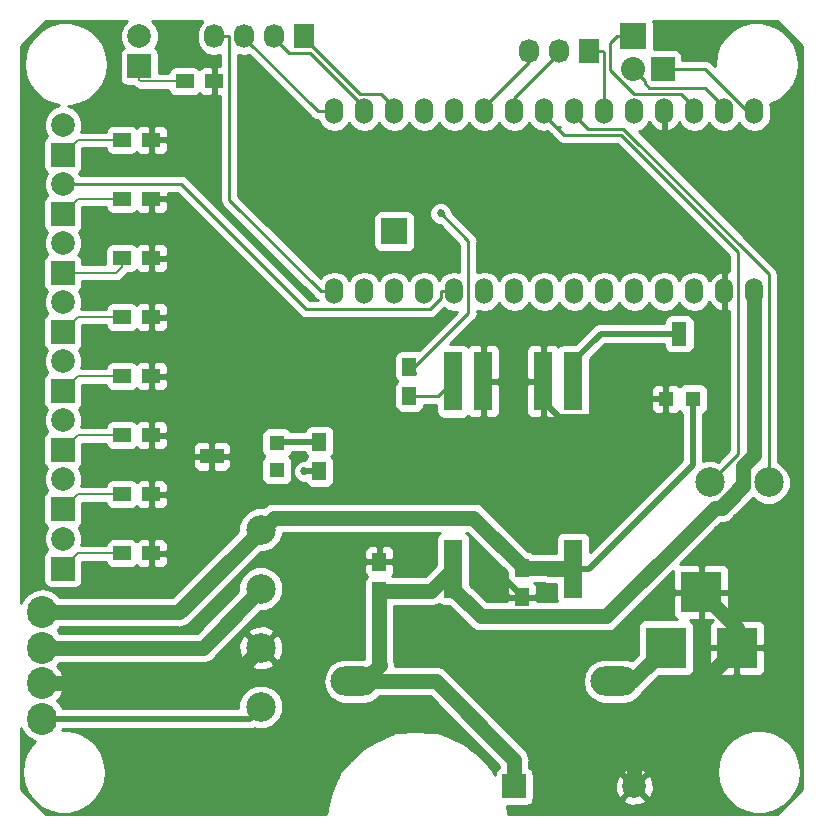
<source format=gtl>
G04 #@! TF.GenerationSoftware,KiCad,Pcbnew,5.0.0-rc2*
G04 #@! TF.CreationDate,2019-05-01T21:11:32-04:00*
G04 #@! TF.ProjectId,gassensor,67617373656E736F722E6B696361645F,rev?*
G04 #@! TF.SameCoordinates,Original*
G04 #@! TF.FileFunction,Copper,L1,Top,Signal*
G04 #@! TF.FilePolarity,Positive*
%FSLAX46Y46*%
G04 Gerber Fmt 4.6, Leading zero omitted, Abs format (unit mm)*
G04 Created by KiCad (PCBNEW 5.0.0-rc2) date Wed May  1 21:11:32 2019*
%MOMM*%
%LPD*%
G01*
G04 APERTURE LIST*
G04 #@! TA.AperFunction,SMDPad,CuDef*
%ADD10R,1.250000X1.500000*%
G04 #@! TD*
G04 #@! TA.AperFunction,ComponentPad*
%ADD11R,3.500120X3.500120*%
G04 #@! TD*
G04 #@! TA.AperFunction,ComponentPad*
%ADD12C,1.998980*%
G04 #@! TD*
G04 #@! TA.AperFunction,ComponentPad*
%ADD13R,1.998980X1.998980*%
G04 #@! TD*
G04 #@! TA.AperFunction,ComponentPad*
%ADD14R,2.000000X2.000000*%
G04 #@! TD*
G04 #@! TA.AperFunction,ComponentPad*
%ADD15C,2.000000*%
G04 #@! TD*
G04 #@! TA.AperFunction,ComponentPad*
%ADD16O,4.000500X2.499360*%
G04 #@! TD*
G04 #@! TA.AperFunction,ComponentPad*
%ADD17O,1.524000X2.199640*%
G04 #@! TD*
G04 #@! TA.AperFunction,ComponentPad*
%ADD18O,1.524000X2.197100*%
G04 #@! TD*
G04 #@! TA.AperFunction,ComponentPad*
%ADD19C,2.500000*%
G04 #@! TD*
G04 #@! TA.AperFunction,SMDPad,CuDef*
%ADD20R,1.600000X5.000000*%
G04 #@! TD*
G04 #@! TA.AperFunction,ComponentPad*
%ADD21R,2.235200X2.235200*%
G04 #@! TD*
G04 #@! TA.AperFunction,ComponentPad*
%ADD22R,1.727200X2.032000*%
G04 #@! TD*
G04 #@! TA.AperFunction,ComponentPad*
%ADD23O,1.727200X2.032000*%
G04 #@! TD*
G04 #@! TA.AperFunction,ComponentPad*
%ADD24R,2.032000X2.032000*%
G04 #@! TD*
G04 #@! TA.AperFunction,ComponentPad*
%ADD25O,2.032000X2.032000*%
G04 #@! TD*
G04 #@! TA.AperFunction,SMDPad,CuDef*
%ADD26R,1.500000X1.250000*%
G04 #@! TD*
G04 #@! TA.AperFunction,SMDPad,CuDef*
%ADD27R,1.300000X1.300000*%
G04 #@! TD*
G04 #@! TA.AperFunction,SMDPad,CuDef*
%ADD28R,1.300000X2.000000*%
G04 #@! TD*
G04 #@! TA.AperFunction,SMDPad,CuDef*
%ADD29R,2.000000X1.300000*%
G04 #@! TD*
G04 #@! TA.AperFunction,ComponentPad*
%ADD30O,2.500000X2.700000*%
G04 #@! TD*
G04 #@! TA.AperFunction,ViaPad*
%ADD31C,0.685800*%
G04 #@! TD*
G04 #@! TA.AperFunction,Conductor*
%ADD32C,0.254000*%
G04 #@! TD*
G04 #@! TA.AperFunction,Conductor*
%ADD33C,1.270000*%
G04 #@! TD*
G04 #@! TA.AperFunction,Conductor*
%ADD34C,0.508000*%
G04 #@! TD*
G04 #@! TA.AperFunction,Conductor*
%ADD35C,0.152400*%
G04 #@! TD*
G04 #@! TA.AperFunction,Conductor*
%ADD36C,0.330200*%
G04 #@! TD*
G04 APERTURE END LIST*
D10*
G04 #@! TO.P,C1,1*
G04 #@! TO.N,VCC*
X129540000Y-109200000D03*
G04 #@! TO.P,C1,2*
G04 #@! TO.N,GND*
X129540000Y-106700000D03*
G04 #@! TD*
G04 #@! TO.P,C2,2*
G04 #@! TO.N,GND*
X141605000Y-109708000D03*
G04 #@! TO.P,C2,1*
G04 #@! TO.N,/VOUT+*
X141605000Y-107208000D03*
G04 #@! TD*
D11*
G04 #@! TO.P,CON1,1*
G04 #@! TO.N,+12V*
X153799860Y-114000000D03*
G04 #@! TO.P,CON1,2*
G04 #@! TO.N,GND*
X159799340Y-114000000D03*
G04 #@! TO.P,CON1,3*
X156799600Y-109301000D03*
G04 #@! TD*
D12*
G04 #@! TO.P,D1,2*
G04 #@! TO.N,GND*
X151130000Y-125727460D03*
D13*
G04 #@! TO.P,D1,1*
G04 #@! TO.N,VCC*
X140970000Y-125727460D03*
G04 #@! TD*
D14*
G04 #@! TO.P,D2,1*
G04 #@! TO.N,Net-(D2-Pad1)*
X109220000Y-64770000D03*
D15*
G04 #@! TO.P,D2,2*
G04 #@! TO.N,VCC*
X109220000Y-62230000D03*
G04 #@! TD*
D14*
G04 #@! TO.P,D3,1*
G04 #@! TO.N,Net-(D3-Pad1)*
X102750000Y-72250000D03*
D15*
G04 #@! TO.P,D3,2*
G04 #@! TO.N,/A0*
X102750000Y-69710000D03*
G04 #@! TD*
G04 #@! TO.P,D4,2*
G04 #@! TO.N,/A1*
X102750000Y-74710000D03*
D14*
G04 #@! TO.P,D4,1*
G04 #@! TO.N,Net-(D4-Pad1)*
X102750000Y-77250000D03*
G04 #@! TD*
G04 #@! TO.P,D5,1*
G04 #@! TO.N,Net-(D5-Pad1)*
X102750000Y-82250000D03*
D15*
G04 #@! TO.P,D5,2*
G04 #@! TO.N,/A2*
X102750000Y-79710000D03*
G04 #@! TD*
D14*
G04 #@! TO.P,D6,1*
G04 #@! TO.N,Net-(D6-Pad1)*
X102750000Y-87250000D03*
D15*
G04 #@! TO.P,D6,2*
G04 #@! TO.N,/A3*
X102750000Y-84710000D03*
G04 #@! TD*
G04 #@! TO.P,D7,2*
G04 #@! TO.N,/A4*
X102750000Y-89710000D03*
D14*
G04 #@! TO.P,D7,1*
G04 #@! TO.N,Net-(D7-Pad1)*
X102750000Y-92250000D03*
G04 #@! TD*
D15*
G04 #@! TO.P,D8,2*
G04 #@! TO.N,/A5*
X102750000Y-94710000D03*
D14*
G04 #@! TO.P,D8,1*
G04 #@! TO.N,Net-(D8-Pad1)*
X102750000Y-97250000D03*
G04 #@! TD*
D15*
G04 #@! TO.P,D9,2*
G04 #@! TO.N,/A6*
X102750000Y-99710000D03*
D14*
G04 #@! TO.P,D9,1*
G04 #@! TO.N,Net-(D9-Pad1)*
X102750000Y-102250000D03*
G04 #@! TD*
D15*
G04 #@! TO.P,D10,2*
G04 #@! TO.N,/A7*
X102750000Y-104750000D03*
D14*
G04 #@! TO.P,D10,1*
G04 #@! TO.N,Net-(D10-Pad1)*
X102750000Y-107290000D03*
G04 #@! TD*
D16*
G04 #@! TO.P,F1,2*
G04 #@! TO.N,+12V*
X149430740Y-116840000D03*
G04 #@! TO.P,F1,1*
G04 #@! TO.N,VCC*
X127429260Y-116840000D03*
G04 #@! TD*
D17*
G04 #@! TO.P,J1,1*
G04 #@! TO.N,/TX*
X161290000Y-68580000D03*
G04 #@! TO.P,J1,2*
G04 #@! TO.N,/RX*
X158750000Y-68580000D03*
G04 #@! TO.P,J1,3*
G04 #@! TO.N,Net-(J1-Pad3)*
X156210000Y-68580000D03*
G04 #@! TO.P,J1,4*
G04 #@! TO.N,GND*
X153670000Y-68580000D03*
G04 #@! TO.P,J1,5*
G04 #@! TO.N,Net-(J1-Pad5)*
X151130000Y-68580000D03*
G04 #@! TO.P,J1,6*
G04 #@! TO.N,/D3*
X148590000Y-68580000D03*
G04 #@! TO.P,J1,7*
G04 #@! TO.N,Net-(J1-Pad7)*
X146050000Y-68580000D03*
G04 #@! TO.P,J1,8*
G04 #@! TO.N,Net-(J1-Pad8)*
X143510000Y-68580000D03*
G04 #@! TO.P,J1,9*
G04 #@! TO.N,/D6*
X140970000Y-68580000D03*
G04 #@! TO.P,J1,10*
G04 #@! TO.N,/D7*
X138430000Y-68580000D03*
G04 #@! TO.P,J1,11*
G04 #@! TO.N,/D8*
X135890000Y-68580000D03*
G04 #@! TO.P,J1,12*
G04 #@! TO.N,/D9*
X133350000Y-68580000D03*
G04 #@! TO.P,J1,13*
G04 #@! TO.N,/SS*
X130810000Y-68580000D03*
G04 #@! TO.P,J1,14*
G04 #@! TO.N,/MOSI*
X128270000Y-68580000D03*
G04 #@! TO.P,J1,15*
G04 #@! TO.N,/MISO*
X125730000Y-68580000D03*
G04 #@! TO.P,J1,16*
G04 #@! TO.N,/SCK*
X125730000Y-83820000D03*
G04 #@! TO.P,J1,17*
G04 #@! TO.N,Net-(J1-Pad17)*
X128270000Y-83820000D03*
G04 #@! TO.P,J1,18*
G04 #@! TO.N,Net-(J1-Pad18)*
X130810000Y-83820000D03*
G04 #@! TO.P,J1,19*
G04 #@! TO.N,/A0*
X133350000Y-83820000D03*
D18*
G04 #@! TO.P,J1,20*
G04 #@! TO.N,/A1*
X135890000Y-83820000D03*
G04 #@! TO.P,J1,21*
G04 #@! TO.N,/A2*
X138430000Y-83820000D03*
G04 #@! TO.P,J1,22*
G04 #@! TO.N,/A3*
X140970000Y-83820000D03*
G04 #@! TO.P,J1,23*
G04 #@! TO.N,/A4*
X143510000Y-83820000D03*
G04 #@! TO.P,J1,24*
G04 #@! TO.N,/A5*
X146050000Y-83820000D03*
G04 #@! TO.P,J1,25*
G04 #@! TO.N,/A6*
X148590000Y-83820000D03*
G04 #@! TO.P,J1,26*
G04 #@! TO.N,/A7*
X151130000Y-83820000D03*
G04 #@! TO.P,J1,27*
G04 #@! TO.N,+5V*
X153670000Y-83820000D03*
G04 #@! TO.P,J1,28*
G04 #@! TO.N,Net-(J1-Pad28)*
X156210000Y-83820000D03*
G04 #@! TO.P,J1,29*
G04 #@! TO.N,GND*
X158750000Y-83820000D03*
G04 #@! TO.P,J1,30*
G04 #@! TO.N,VCC*
X161290000Y-83820000D03*
G04 #@! TD*
D19*
G04 #@! TO.P,LS1,1*
G04 #@! TO.N,Net-(J1-Pad8)*
X157500000Y-100000000D03*
G04 #@! TO.P,LS1,2*
G04 #@! TO.N,Net-(J1-Pad7)*
X162500000Y-100000000D03*
G04 #@! TD*
D20*
G04 #@! TO.P,P1,5*
G04 #@! TO.N,/VOUT+*
X145950000Y-107315000D03*
G04 #@! TO.P,P1,1*
G04 #@! TO.N,VCC*
X135790000Y-107315000D03*
G04 #@! TO.P,P1,10*
G04 #@! TO.N,/REMOTE*
X135790000Y-91440000D03*
G04 #@! TO.P,P1,9*
G04 #@! TO.N,GND*
X138330000Y-91440000D03*
G04 #@! TO.P,P1,7*
X143410000Y-91440000D03*
G04 #@! TO.P,P1,6*
G04 #@! TO.N,/TRIM*
X145950000Y-91440000D03*
G04 #@! TD*
D21*
G04 #@! TO.P,P3,1*
G04 #@! TO.N,Net-(J1-Pad3)*
X151000000Y-62230000D03*
G04 #@! TD*
G04 #@! TO.P,P4,1*
G04 #@! TO.N,Net-(J1-Pad18)*
X130810000Y-78740000D03*
G04 #@! TD*
D22*
G04 #@! TO.P,P6,1*
G04 #@! TO.N,/D3*
X147320000Y-63500000D03*
D23*
G04 #@! TO.P,P6,2*
G04 #@! TO.N,/D6*
X144780000Y-63500000D03*
G04 #@! TO.P,P6,3*
G04 #@! TO.N,/D7*
X142240000Y-63500000D03*
G04 #@! TD*
D24*
G04 #@! TO.P,P7,1*
G04 #@! TO.N,/TX*
X153540000Y-65000000D03*
D25*
G04 #@! TO.P,P7,2*
G04 #@! TO.N,/RX*
X151000000Y-65000000D03*
G04 #@! TD*
D22*
G04 #@! TO.P,P8,1*
G04 #@! TO.N,/SS*
X123190000Y-62230000D03*
D23*
G04 #@! TO.P,P8,2*
G04 #@! TO.N,/MOSI*
X120650000Y-62230000D03*
G04 #@! TO.P,P8,3*
G04 #@! TO.N,/MISO*
X118110000Y-62230000D03*
G04 #@! TO.P,P8,4*
G04 #@! TO.N,/SCK*
X115570000Y-62230000D03*
G04 #@! TD*
D10*
G04 #@! TO.P,R1,2*
G04 #@! TO.N,Net-(J1-Pad5)*
X132080000Y-90190000D03*
G04 #@! TO.P,R1,1*
G04 #@! TO.N,/REMOTE*
X132080000Y-92690000D03*
G04 #@! TD*
D26*
G04 #@! TO.P,R2,1*
G04 #@! TO.N,GND*
X115550000Y-66040000D03*
G04 #@! TO.P,R2,2*
G04 #@! TO.N,Net-(D2-Pad1)*
X113050000Y-66040000D03*
G04 #@! TD*
G04 #@! TO.P,R3,2*
G04 #@! TO.N,Net-(D3-Pad1)*
X107750000Y-71000000D03*
G04 #@! TO.P,R3,1*
G04 #@! TO.N,GND*
X110250000Y-71000000D03*
G04 #@! TD*
G04 #@! TO.P,R4,1*
G04 #@! TO.N,GND*
X110250000Y-76000000D03*
G04 #@! TO.P,R4,2*
G04 #@! TO.N,Net-(D4-Pad1)*
X107750000Y-76000000D03*
G04 #@! TD*
G04 #@! TO.P,R5,2*
G04 #@! TO.N,Net-(D5-Pad1)*
X107750000Y-81000000D03*
G04 #@! TO.P,R5,1*
G04 #@! TO.N,GND*
X110250000Y-81000000D03*
G04 #@! TD*
G04 #@! TO.P,R6,1*
G04 #@! TO.N,GND*
X110250000Y-86000000D03*
G04 #@! TO.P,R6,2*
G04 #@! TO.N,Net-(D6-Pad1)*
X107750000Y-86000000D03*
G04 #@! TD*
G04 #@! TO.P,R7,2*
G04 #@! TO.N,Net-(D7-Pad1)*
X107750000Y-91000000D03*
G04 #@! TO.P,R7,1*
G04 #@! TO.N,GND*
X110250000Y-91000000D03*
G04 #@! TD*
G04 #@! TO.P,R8,2*
G04 #@! TO.N,Net-(D8-Pad1)*
X107750000Y-96000000D03*
G04 #@! TO.P,R8,1*
G04 #@! TO.N,GND*
X110250000Y-96000000D03*
G04 #@! TD*
G04 #@! TO.P,R9,2*
G04 #@! TO.N,Net-(D9-Pad1)*
X107750000Y-101000000D03*
G04 #@! TO.P,R9,1*
G04 #@! TO.N,GND*
X110250000Y-101000000D03*
G04 #@! TD*
G04 #@! TO.P,R10,1*
G04 #@! TO.N,GND*
X110250000Y-106000000D03*
G04 #@! TO.P,R10,2*
G04 #@! TO.N,Net-(D10-Pad1)*
X107750000Y-106000000D03*
G04 #@! TD*
D27*
G04 #@! TO.P,RV1,1*
G04 #@! TO.N,/VOUT+*
X156090000Y-92920000D03*
D28*
G04 #@! TO.P,RV1,2*
G04 #@! TO.N,/TRIM*
X154940000Y-87420000D03*
D27*
G04 #@! TO.P,RV1,3*
G04 #@! TO.N,GND*
X153790000Y-92920000D03*
G04 #@! TD*
D10*
G04 #@! TO.P,R13,1*
G04 #@! TO.N,/VSenseOut*
X124460000Y-99040000D03*
G04 #@! TO.P,R13,2*
G04 #@! TO.N,Net-(R13-Pad2)*
X124460000Y-96540000D03*
G04 #@! TD*
D27*
G04 #@! TO.P,RV2,1*
G04 #@! TO.N,Net-(R13-Pad2)*
X120860000Y-96640000D03*
D29*
G04 #@! TO.P,RV2,2*
G04 #@! TO.N,GND*
X115360000Y-97790000D03*
D27*
G04 #@! TO.P,RV2,3*
G04 #@! TO.N,Net-(RV2-Pad3)*
X120860000Y-98940000D03*
G04 #@! TD*
D30*
G04 #@! TO.P,P9,1*
G04 #@! TO.N,/VOUT+*
X101000000Y-111000000D03*
G04 #@! TO.P,P9,2*
G04 #@! TO.N,+5V*
X101000000Y-114000000D03*
G04 #@! TO.P,P9,3*
G04 #@! TO.N,GND*
X101000000Y-117000000D03*
G04 #@! TO.P,P9,4*
G04 #@! TO.N,/VSenseOut*
X101000000Y-120000000D03*
G04 #@! TD*
D19*
G04 #@! TO.P,P2,4*
G04 #@! TO.N,/VSenseOut*
X119500000Y-119000000D03*
G04 #@! TO.P,P2,3*
G04 #@! TO.N,GND*
X119500000Y-114000000D03*
G04 #@! TO.P,P2,1*
G04 #@! TO.N,/VOUT+*
X119500000Y-104000000D03*
G04 #@! TO.P,P2,2*
G04 #@! TO.N,+5V*
X119500000Y-109000000D03*
G04 #@! TD*
D31*
G04 #@! TO.N,GND*
X138000000Y-106000000D03*
X139000000Y-107000000D03*
X140000000Y-108000000D03*
G04 #@! TO.N,Net-(J1-Pad5)*
X134736600Y-77224600D03*
G04 #@! TO.N,/VSenseOut*
X123190000Y-99060000D03*
G04 #@! TD*
D32*
G04 #@! TO.N,VCC*
X140970000Y-125727000D02*
X140970000Y-125727500D01*
D33*
X140970000Y-125727000D02*
X140970000Y-123458000D01*
X140970000Y-123458000D02*
X134352000Y-116840000D01*
X134352000Y-116840000D02*
X128180000Y-116840000D01*
X128180000Y-116840000D02*
X127429300Y-116840000D01*
X127429300Y-116840000D02*
X128180000Y-116840000D01*
X161290000Y-96189400D02*
X161290000Y-85426600D01*
X160361000Y-99740800D02*
X160361000Y-98575900D01*
X160361000Y-98575900D02*
X161290000Y-97646900D01*
X161290000Y-97646900D02*
X161290000Y-96189400D01*
X161290000Y-85426600D02*
X161290000Y-83820000D01*
X157102000Y-103000000D02*
X157963000Y-102139000D01*
X157963000Y-102139000D02*
X158527000Y-102139000D01*
X158527000Y-102139000D02*
X160361000Y-100305000D01*
X160361000Y-100305000D02*
X160361000Y-99740800D01*
D34*
X160361000Y-99740800D02*
X160742000Y-99359800D01*
X157102000Y-103000000D02*
X160361000Y-99740800D01*
D33*
X156102000Y-104000000D02*
X157102000Y-103000000D01*
X156102000Y-104000000D02*
X157102000Y-103000000D01*
X135790000Y-107315000D02*
X135790000Y-109015000D01*
X135790000Y-109015000D02*
X138122000Y-111347000D01*
X138122000Y-111347000D02*
X148755000Y-111347000D01*
X148755000Y-111347000D02*
X156102000Y-104000000D01*
D34*
X161290000Y-85426600D02*
X161290000Y-83820000D01*
X161290000Y-96189400D02*
X161290000Y-85426600D01*
D33*
X128180000Y-116840000D02*
X129577000Y-115443000D01*
X129577000Y-115443000D02*
X129540000Y-115406000D01*
X129540000Y-115406000D02*
X129540000Y-109200000D01*
X135790000Y-107315000D02*
X133905000Y-109200000D01*
X133905000Y-109200000D02*
X129540000Y-109200000D01*
X135790000Y-109230000D02*
X135790000Y-107315000D01*
D34*
G04 #@! TO.N,GND*
X141605000Y-109708000D02*
X141605000Y-109583000D01*
X141605000Y-109583000D02*
X138022000Y-106000000D01*
X138022000Y-106000000D02*
X138022000Y-106022000D01*
D33*
X101000000Y-117000000D02*
X116600000Y-117000000D01*
X116600000Y-117000000D02*
X119380000Y-114220000D01*
X151130000Y-125727000D02*
X151130000Y-123630000D01*
X151130000Y-123630000D02*
X149500000Y-122000000D01*
X149500000Y-122000000D02*
X149500000Y-121000000D01*
X149500000Y-121000000D02*
X153500000Y-117000000D01*
X153500000Y-117000000D02*
X156799000Y-117000000D01*
X156799000Y-117000000D02*
X159799000Y-114000000D01*
X159799000Y-114000000D02*
X159799000Y-112301000D01*
X159799000Y-112301000D02*
X156800000Y-109301000D01*
D34*
X153790000Y-92920000D02*
X152632000Y-92920000D01*
X152632000Y-92920000D02*
X151104000Y-94448000D01*
X151104000Y-94448000D02*
X144718000Y-94448000D01*
X144718000Y-94448000D02*
X143410000Y-93140000D01*
X143410000Y-93140000D02*
X143410000Y-91440000D01*
D33*
G04 #@! TO.N,/VOUT+*
X113000000Y-110500000D02*
X119500000Y-104000000D01*
X112500000Y-111000000D02*
X113000000Y-110500000D01*
X112500000Y-111000000D02*
X101000000Y-111000000D01*
X101000000Y-111000000D02*
X112500000Y-111000000D01*
X113000000Y-110600000D02*
X112600000Y-111000000D01*
X112600000Y-111000000D02*
X112500000Y-111000000D01*
X141605000Y-107208000D02*
X141605000Y-107083000D01*
X141605000Y-107083000D02*
X137492000Y-102970000D01*
X137492000Y-102970000D02*
X120630000Y-102970000D01*
X120630000Y-102970000D02*
X113000000Y-110600000D01*
X113000000Y-110600000D02*
X113000000Y-110500000D01*
X113000000Y-110500000D02*
X119500000Y-104000000D01*
D34*
X156090000Y-92920000D02*
X156090000Y-98483000D01*
X156090000Y-98483000D02*
X147258000Y-107315000D01*
X147258000Y-107315000D02*
X145950000Y-107315000D01*
D33*
X141605000Y-107208000D02*
X145843000Y-107208000D01*
X145843000Y-107208000D02*
X145950000Y-107315000D01*
X145950000Y-107315000D02*
X143880000Y-107315000D01*
D32*
G04 #@! TO.N,+12V*
X149430700Y-116840000D02*
X149431000Y-116840000D01*
X153799900Y-114000100D02*
X153799900Y-114000000D01*
D33*
X153799900Y-114000100D02*
X153800000Y-114000000D01*
X149431000Y-116840000D02*
X150960000Y-116840000D01*
X150960000Y-116840000D02*
X153799900Y-114000100D01*
D35*
G04 #@! TO.N,Net-(D2-Pad1)*
X113050000Y-66040000D02*
X109338000Y-66040000D01*
X109338000Y-66040000D02*
X109220000Y-65922400D01*
X109220000Y-65922400D02*
X109220000Y-64770000D01*
G04 #@! TO.N,Net-(D3-Pad1)*
X107750000Y-71000000D02*
X104000000Y-71000000D01*
X104000000Y-71000000D02*
X102750000Y-72250000D01*
D32*
G04 #@! TO.N,/A1*
X135890000Y-83820000D02*
X134746700Y-83820000D01*
X134746700Y-83820000D02*
X134746700Y-84391600D01*
X134746700Y-84391600D02*
X133820500Y-85317800D01*
X133820500Y-85317800D02*
X123347300Y-85317800D01*
X123347300Y-85317800D02*
X112739500Y-74710000D01*
X112739500Y-74710000D02*
X102750000Y-74710000D01*
D35*
G04 #@! TO.N,Net-(D4-Pad1)*
X107750000Y-76000000D02*
X104000000Y-76000000D01*
X104000000Y-76000000D02*
X102750000Y-77250000D01*
G04 #@! TO.N,Net-(D5-Pad1)*
X107750000Y-81000000D02*
X107750000Y-81777400D01*
X107750000Y-81777400D02*
X107277000Y-82250000D01*
X107277000Y-82250000D02*
X102750000Y-82250000D01*
G04 #@! TO.N,Net-(D6-Pad1)*
X107750000Y-86000000D02*
X104000000Y-86000000D01*
X104000000Y-86000000D02*
X102750000Y-87250000D01*
G04 #@! TO.N,Net-(D7-Pad1)*
X107750000Y-91000000D02*
X104000000Y-91000000D01*
X104000000Y-91000000D02*
X102750000Y-92250000D01*
G04 #@! TO.N,Net-(D8-Pad1)*
X107750000Y-96000000D02*
X104000000Y-96000000D01*
X104000000Y-96000000D02*
X102750000Y-97250000D01*
G04 #@! TO.N,Net-(D9-Pad1)*
X107750000Y-101000000D02*
X104000000Y-101000000D01*
X104000000Y-101000000D02*
X102750000Y-102250000D01*
G04 #@! TO.N,Net-(D10-Pad1)*
X107750000Y-106000000D02*
X104040000Y-106000000D01*
X104040000Y-106000000D02*
X102750000Y-107290000D01*
D32*
G04 #@! TO.N,/TX*
X153540000Y-65000000D02*
X157124000Y-65000000D01*
X157124000Y-65000000D02*
X160704000Y-68580000D01*
X160704000Y-68580000D02*
X161290000Y-68580000D01*
G04 #@! TO.N,/RX*
X151000000Y-65000000D02*
X152016000Y-66016000D01*
X152016000Y-66016000D02*
X152016000Y-66193800D01*
X152016000Y-66193800D02*
X152413000Y-66591200D01*
X152413000Y-66591200D02*
X157099000Y-66591200D01*
X157099000Y-66591200D02*
X158750000Y-68242200D01*
X158750000Y-68242200D02*
X158750000Y-68580000D01*
G04 #@! TO.N,Net-(J1-Pad3)*
X151000000Y-62230000D02*
X149628000Y-62230000D01*
X149628000Y-62230000D02*
X149098000Y-62760400D01*
X149098000Y-62760400D02*
X149098000Y-65098000D01*
X149098000Y-65098000D02*
X151099000Y-67099200D01*
X151099000Y-67099200D02*
X155067000Y-67099200D01*
X155067000Y-67099200D02*
X156210000Y-68242200D01*
X156210000Y-68242200D02*
X156210000Y-68580000D01*
G04 #@! TO.N,Net-(J1-Pad5)*
X132325000Y-90435000D02*
X137084300Y-85675700D01*
X137084300Y-85675700D02*
X137084300Y-79572300D01*
X137084300Y-79572300D02*
X134736600Y-77224600D01*
X132325000Y-90435000D02*
X132080000Y-90190000D01*
X132570000Y-90805000D02*
X132570000Y-90680000D01*
X132570000Y-90680000D02*
X132325000Y-90435000D01*
G04 #@! TO.N,/D3*
X148590000Y-68580000D02*
X148590000Y-63652400D01*
X148590000Y-63652400D02*
X148438000Y-63500000D01*
X148438000Y-63500000D02*
X147320000Y-63500000D01*
G04 #@! TO.N,Net-(J1-Pad7)*
X149484000Y-70060800D02*
X148590000Y-70060800D01*
X162500000Y-100000000D02*
X162500000Y-82358600D01*
X162500000Y-82358600D02*
X161141000Y-81000000D01*
X161141000Y-81000000D02*
X150202000Y-70060800D01*
X150202000Y-70060800D02*
X149484000Y-70060800D01*
X149484000Y-70060800D02*
X148590000Y-70060800D01*
X148590000Y-70060800D02*
X147193000Y-70060800D01*
X147193000Y-70060800D02*
X146050000Y-68917800D01*
X146050000Y-68917800D02*
X146050000Y-68580000D01*
G04 #@! TO.N,Net-(J1-Pad8)*
X144526000Y-69933800D02*
X143510000Y-68917800D01*
X157500000Y-100000000D02*
X159893000Y-97607000D01*
X159893000Y-97607000D02*
X159893000Y-80470000D01*
X159893000Y-80470000D02*
X149992000Y-70568800D01*
X149992000Y-70568800D02*
X145161000Y-70568800D01*
X145161000Y-70568800D02*
X144526000Y-69933800D01*
X143510000Y-68917800D02*
X143510000Y-68580000D01*
X144526000Y-69933800D02*
X143510000Y-68917800D01*
X144864000Y-69933800D02*
X144526000Y-69933800D01*
G04 #@! TO.N,/D6*
X140970000Y-68580000D02*
X140970000Y-67462400D01*
X140970000Y-67462400D02*
X144780000Y-63652400D01*
X144780000Y-63652400D02*
X144780000Y-63500000D01*
G04 #@! TO.N,/D7*
X138430000Y-68580000D02*
X138430000Y-68242200D01*
X138430000Y-68242200D02*
X142240000Y-64432200D01*
X142240000Y-64432200D02*
X142240000Y-63500000D01*
G04 #@! TO.N,/SS*
X130810000Y-68580000D02*
X130810000Y-68242200D01*
X130810000Y-68242200D02*
X129667000Y-67099200D01*
X129667000Y-67099200D02*
X127907000Y-67099200D01*
X127907000Y-67099200D02*
X123190000Y-62382400D01*
X123190000Y-62382400D02*
X123190000Y-62230000D01*
G04 #@! TO.N,/MOSI*
X128270000Y-68580000D02*
X128270000Y-68242200D01*
X128270000Y-68242200D02*
X123655000Y-63627000D01*
X123655000Y-63627000D02*
X121895000Y-63627000D01*
X121895000Y-63627000D02*
X120650000Y-62382400D01*
X120650000Y-62382400D02*
X120650000Y-62230000D01*
G04 #@! TO.N,/MISO*
X125730000Y-68580000D02*
X124308000Y-68580000D01*
X124308000Y-68580000D02*
X118110000Y-62382400D01*
X118110000Y-62382400D02*
X118110000Y-62230000D01*
G04 #@! TO.N,/SCK*
X125730000Y-83820000D02*
X124586700Y-83820000D01*
X115570000Y-62230000D02*
X116814900Y-62230000D01*
X116814900Y-62230000D02*
X116814900Y-76048200D01*
X116814900Y-76048200D02*
X124586700Y-83820000D01*
G04 #@! TO.N,+5V*
X100941000Y-114834000D02*
X101000000Y-114775000D01*
X101000000Y-114775000D02*
X101000000Y-114000000D01*
D36*
X100941000Y-114834000D02*
X100941000Y-114884000D01*
X100941000Y-114784000D02*
X100941000Y-114834000D01*
D32*
X119380000Y-109220000D02*
X119500000Y-109100000D01*
X119500000Y-109100000D02*
X119500000Y-109000000D01*
D33*
X101000000Y-114000000D02*
X114600000Y-114000000D01*
X114600000Y-114000000D02*
X119380000Y-109220000D01*
D34*
G04 #@! TO.N,/TRIM*
X154940000Y-87420000D02*
X148270000Y-87420000D01*
X148270000Y-87420000D02*
X145950000Y-89740000D01*
X145950000Y-89740000D02*
X145950000Y-91440000D01*
D32*
G04 #@! TO.N,/VSenseOut*
X119380000Y-119220000D02*
X119500000Y-119100000D01*
X119500000Y-119100000D02*
X119500000Y-119000000D01*
D34*
X101000000Y-120000000D02*
X118600000Y-120000000D01*
X118600000Y-120000000D02*
X119380000Y-119220000D01*
X124460000Y-99040000D02*
X123210000Y-99040000D01*
X123210000Y-99040000D02*
X123190000Y-99060000D01*
D32*
G04 #@! TO.N,/REMOTE*
X132080000Y-92690000D02*
X134540000Y-92690000D01*
X134540000Y-92690000D02*
X135790000Y-91440000D01*
D34*
G04 #@! TO.N,Net-(R13-Pad2)*
X124460000Y-96540000D02*
X120960000Y-96540000D01*
X120960000Y-96540000D02*
X120860000Y-96640000D01*
G04 #@! TD*
D32*
G04 #@! TO.N,GND*
G36*
X165288801Y-63044590D02*
X165288800Y-125955411D01*
X163205412Y-128038800D01*
X140427289Y-128038800D01*
X140425315Y-128025590D01*
X140319260Y-127374390D01*
X141969490Y-127374390D01*
X142217255Y-127325107D01*
X142427299Y-127184759D01*
X142567647Y-126974715D01*
X142586561Y-126879623D01*
X150157443Y-126879623D01*
X150256042Y-127146425D01*
X150865582Y-127372861D01*
X151515377Y-127348801D01*
X152003958Y-127146425D01*
X152102557Y-126879623D01*
X151130000Y-125907065D01*
X150157443Y-126879623D01*
X142586561Y-126879623D01*
X142616930Y-126726950D01*
X142616930Y-125463042D01*
X149484599Y-125463042D01*
X149508659Y-126112837D01*
X149711035Y-126601418D01*
X149977837Y-126700017D01*
X150950395Y-125727460D01*
X151309605Y-125727460D01*
X152282163Y-126700017D01*
X152548965Y-126601418D01*
X152775401Y-125991878D01*
X152751341Y-125342083D01*
X152548965Y-124853502D01*
X152282163Y-124754903D01*
X151309605Y-125727460D01*
X150950395Y-125727460D01*
X149977837Y-124754903D01*
X149711035Y-124853502D01*
X149484599Y-125463042D01*
X142616930Y-125463042D01*
X142616930Y-124727970D01*
X142586562Y-124575297D01*
X150157443Y-124575297D01*
X151130000Y-125547855D01*
X152102557Y-124575297D01*
X152088507Y-124537276D01*
X158112141Y-124537276D01*
X158223778Y-125385243D01*
X158534461Y-126182104D01*
X159026255Y-126881855D01*
X159670766Y-127444098D01*
X160430787Y-127836374D01*
X161262440Y-128036037D01*
X162117713Y-128031558D01*
X162947229Y-127823198D01*
X163703100Y-127422985D01*
X164341689Y-126854024D01*
X164826127Y-126149161D01*
X165128449Y-125349090D01*
X165231200Y-124500000D01*
X165230419Y-124425453D01*
X165109909Y-123578701D01*
X164790898Y-122785137D01*
X164291804Y-122090574D01*
X163641441Y-121535111D01*
X162877354Y-121150815D01*
X162043655Y-120959873D01*
X161188476Y-120973307D01*
X160361187Y-121190343D01*
X159609548Y-121598449D01*
X158976953Y-122174066D01*
X158499922Y-122883963D01*
X158205995Y-123687156D01*
X158112141Y-124537276D01*
X152088507Y-124537276D01*
X152003958Y-124308495D01*
X151394418Y-124082059D01*
X150744623Y-124106119D01*
X150256042Y-124308495D01*
X150157443Y-124575297D01*
X142586562Y-124575297D01*
X142567647Y-124480205D01*
X142427299Y-124270161D01*
X142240000Y-124145011D01*
X142240000Y-123583074D01*
X142264879Y-123457999D01*
X142240000Y-123332924D01*
X142240000Y-123332921D01*
X142166313Y-122962472D01*
X142165774Y-122961665D01*
X141956470Y-122648419D01*
X141956467Y-122648416D01*
X141885618Y-122542383D01*
X141779585Y-122471534D01*
X136148051Y-116840000D01*
X146758567Y-116840000D01*
X146904840Y-117575366D01*
X147321391Y-118198779D01*
X147944804Y-118615330D01*
X148494545Y-118724680D01*
X150366935Y-118724680D01*
X150916676Y-118615330D01*
X151540089Y-118198779D01*
X151804406Y-117803200D01*
X151875618Y-117755618D01*
X151946471Y-117649579D01*
X153198550Y-116397500D01*
X155549920Y-116397500D01*
X155797685Y-116348217D01*
X156007729Y-116207869D01*
X156148077Y-115997825D01*
X156197360Y-115750060D01*
X156197360Y-114285750D01*
X157414280Y-114285750D01*
X157414280Y-115876370D01*
X157510953Y-116109759D01*
X157689582Y-116288387D01*
X157922971Y-116385060D01*
X159513590Y-116385060D01*
X159672340Y-116226310D01*
X159672340Y-114127000D01*
X159926340Y-114127000D01*
X159926340Y-116226310D01*
X160085090Y-116385060D01*
X161675709Y-116385060D01*
X161909098Y-116288387D01*
X162087727Y-116109759D01*
X162184400Y-115876370D01*
X162184400Y-114285750D01*
X162025650Y-114127000D01*
X159926340Y-114127000D01*
X159672340Y-114127000D01*
X157573030Y-114127000D01*
X157414280Y-114285750D01*
X156197360Y-114285750D01*
X156197360Y-112249940D01*
X156148077Y-112002175D01*
X156007729Y-111792131D01*
X155848984Y-111686060D01*
X156513850Y-111686060D01*
X156672600Y-111527310D01*
X156672600Y-109428000D01*
X156926600Y-109428000D01*
X156926600Y-111527310D01*
X157085350Y-111686060D01*
X157751272Y-111686060D01*
X157689582Y-111711613D01*
X157510953Y-111890241D01*
X157414280Y-112123630D01*
X157414280Y-113714250D01*
X157573030Y-113873000D01*
X159672340Y-113873000D01*
X159672340Y-111773690D01*
X159926340Y-111773690D01*
X159926340Y-113873000D01*
X162025650Y-113873000D01*
X162184400Y-113714250D01*
X162184400Y-112123630D01*
X162087727Y-111890241D01*
X161909098Y-111711613D01*
X161675709Y-111614940D01*
X160085090Y-111614940D01*
X159926340Y-111773690D01*
X159672340Y-111773690D01*
X159513590Y-111614940D01*
X158847668Y-111614940D01*
X158909358Y-111589387D01*
X159087987Y-111410759D01*
X159184660Y-111177370D01*
X159184660Y-109586750D01*
X159025910Y-109428000D01*
X156926600Y-109428000D01*
X156672600Y-109428000D01*
X154573290Y-109428000D01*
X154414540Y-109586750D01*
X154414540Y-111177370D01*
X154511213Y-111410759D01*
X154689842Y-111589387D01*
X154721500Y-111602500D01*
X152049800Y-111602500D01*
X151802035Y-111651783D01*
X151591991Y-111792131D01*
X151451643Y-112002175D01*
X151402360Y-112249940D01*
X151402360Y-114601590D01*
X150930226Y-115073724D01*
X150916676Y-115064670D01*
X150366935Y-114955320D01*
X148494545Y-114955320D01*
X147944804Y-115064670D01*
X147321391Y-115481221D01*
X146904840Y-116104634D01*
X146758567Y-116840000D01*
X136148051Y-116840000D01*
X135338470Y-116030420D01*
X135267618Y-115924382D01*
X134847529Y-115643687D01*
X134477080Y-115570000D01*
X134477075Y-115570000D01*
X134352000Y-115545121D01*
X134226925Y-115570000D01*
X130846617Y-115570000D01*
X130861976Y-115492787D01*
X130871879Y-115443001D01*
X130865482Y-115410839D01*
X130809999Y-115131906D01*
X130810000Y-110470000D01*
X133779925Y-110470000D01*
X133905000Y-110494879D01*
X134030075Y-110470000D01*
X134030080Y-110470000D01*
X134400529Y-110396313D01*
X134558778Y-110290574D01*
X134742235Y-110413157D01*
X134990000Y-110462440D01*
X135441390Y-110462440D01*
X137135531Y-112156581D01*
X137206382Y-112262618D01*
X137312418Y-112333469D01*
X137312419Y-112333470D01*
X137435727Y-112415862D01*
X137626471Y-112543313D01*
X137996920Y-112617000D01*
X137996924Y-112617000D01*
X138121999Y-112641879D01*
X138247074Y-112617000D01*
X148629925Y-112617000D01*
X148755000Y-112641879D01*
X148880075Y-112617000D01*
X148880080Y-112617000D01*
X149250529Y-112543313D01*
X149670618Y-112262618D01*
X149741471Y-112156579D01*
X154414540Y-107483511D01*
X154414540Y-109015250D01*
X154573290Y-109174000D01*
X156672600Y-109174000D01*
X156672600Y-107074690D01*
X156926600Y-107074690D01*
X156926600Y-109174000D01*
X159025910Y-109174000D01*
X159184660Y-109015250D01*
X159184660Y-107424630D01*
X159087987Y-107191241D01*
X158909358Y-107012613D01*
X158675969Y-106915940D01*
X157085350Y-106915940D01*
X156926600Y-107074690D01*
X156672600Y-107074690D01*
X156513850Y-106915940D01*
X154982111Y-106915940D01*
X157088470Y-104809581D01*
X157088472Y-104809578D01*
X158088470Y-103809581D01*
X158088472Y-103809578D01*
X158474595Y-103423455D01*
X158527000Y-103433879D01*
X158652075Y-103409000D01*
X158652080Y-103409000D01*
X159022529Y-103335313D01*
X159442618Y-103054618D01*
X159513471Y-102948579D01*
X161148129Y-101313922D01*
X161432233Y-101598026D01*
X162125050Y-101885000D01*
X162874950Y-101885000D01*
X163567767Y-101598026D01*
X164098026Y-101067767D01*
X164385000Y-100374950D01*
X164385000Y-99625050D01*
X164098026Y-98932233D01*
X163567767Y-98401974D01*
X163261999Y-98275321D01*
X163262000Y-82433586D01*
X163276927Y-82358485D01*
X163248244Y-82214395D01*
X163217788Y-82061284D01*
X163217755Y-82061234D01*
X163217743Y-82061176D01*
X163132650Y-81933866D01*
X163049371Y-81809230D01*
X162985703Y-81766689D01*
X161683932Y-80465301D01*
X151489495Y-70270680D01*
X151675081Y-70233764D01*
X152137179Y-69925000D01*
X152411580Y-69514330D01*
X152427941Y-69569761D01*
X152771974Y-69995450D01*
X153252723Y-70257080D01*
X153326930Y-70272040D01*
X153543000Y-70149540D01*
X153543000Y-68707000D01*
X153523000Y-68707000D01*
X153523000Y-68453000D01*
X153543000Y-68453000D01*
X153543000Y-68433000D01*
X153797000Y-68433000D01*
X153797000Y-68453000D01*
X153817000Y-68453000D01*
X153817000Y-68707000D01*
X153797000Y-68707000D01*
X153797000Y-70149540D01*
X154013070Y-70272040D01*
X154087277Y-70257080D01*
X154568026Y-69995450D01*
X154912059Y-69569761D01*
X154928420Y-69514330D01*
X155202820Y-69924999D01*
X155664918Y-70233763D01*
X156210000Y-70342188D01*
X156755081Y-70233764D01*
X157217179Y-69925000D01*
X157480000Y-69531661D01*
X157742820Y-69924999D01*
X158204918Y-70233763D01*
X158750000Y-70342188D01*
X159295081Y-70233764D01*
X159757179Y-69925000D01*
X160020000Y-69531661D01*
X160282820Y-69924999D01*
X160744918Y-70233763D01*
X161290000Y-70342188D01*
X161835081Y-70233764D01*
X162297179Y-69925000D01*
X162605943Y-69462902D01*
X162686999Y-69055408D01*
X162687000Y-68104593D01*
X162652767Y-67932493D01*
X162775656Y-67901625D01*
X163531527Y-67501412D01*
X164170116Y-66932451D01*
X164654554Y-66227588D01*
X164956876Y-65427517D01*
X165059627Y-64578427D01*
X165058846Y-64503880D01*
X164938336Y-63657128D01*
X164619325Y-62863564D01*
X164120231Y-62169001D01*
X163469868Y-61613538D01*
X162705781Y-61229242D01*
X161872082Y-61038300D01*
X161016903Y-61051734D01*
X160189614Y-61268770D01*
X159437975Y-61676876D01*
X158805380Y-62252493D01*
X158328349Y-62962390D01*
X158034422Y-63765583D01*
X157940568Y-64615703D01*
X157959252Y-64757622D01*
X157715883Y-64514253D01*
X157673371Y-64450629D01*
X157421317Y-64282212D01*
X157199048Y-64238000D01*
X157199043Y-64238000D01*
X157124000Y-64223073D01*
X157048957Y-64238000D01*
X155203440Y-64238000D01*
X155203440Y-63984000D01*
X155154157Y-63736235D01*
X155013809Y-63526191D01*
X154803765Y-63385843D01*
X154556000Y-63336560D01*
X152765040Y-63336560D01*
X152765040Y-61112400D01*
X152734965Y-60961200D01*
X163205412Y-60961200D01*
X165288801Y-63044590D01*
X165288801Y-63044590D01*
G37*
X165288801Y-63044590D02*
X165288800Y-125955411D01*
X163205412Y-128038800D01*
X140427289Y-128038800D01*
X140425315Y-128025590D01*
X140319260Y-127374390D01*
X141969490Y-127374390D01*
X142217255Y-127325107D01*
X142427299Y-127184759D01*
X142567647Y-126974715D01*
X142586561Y-126879623D01*
X150157443Y-126879623D01*
X150256042Y-127146425D01*
X150865582Y-127372861D01*
X151515377Y-127348801D01*
X152003958Y-127146425D01*
X152102557Y-126879623D01*
X151130000Y-125907065D01*
X150157443Y-126879623D01*
X142586561Y-126879623D01*
X142616930Y-126726950D01*
X142616930Y-125463042D01*
X149484599Y-125463042D01*
X149508659Y-126112837D01*
X149711035Y-126601418D01*
X149977837Y-126700017D01*
X150950395Y-125727460D01*
X151309605Y-125727460D01*
X152282163Y-126700017D01*
X152548965Y-126601418D01*
X152775401Y-125991878D01*
X152751341Y-125342083D01*
X152548965Y-124853502D01*
X152282163Y-124754903D01*
X151309605Y-125727460D01*
X150950395Y-125727460D01*
X149977837Y-124754903D01*
X149711035Y-124853502D01*
X149484599Y-125463042D01*
X142616930Y-125463042D01*
X142616930Y-124727970D01*
X142586562Y-124575297D01*
X150157443Y-124575297D01*
X151130000Y-125547855D01*
X152102557Y-124575297D01*
X152088507Y-124537276D01*
X158112141Y-124537276D01*
X158223778Y-125385243D01*
X158534461Y-126182104D01*
X159026255Y-126881855D01*
X159670766Y-127444098D01*
X160430787Y-127836374D01*
X161262440Y-128036037D01*
X162117713Y-128031558D01*
X162947229Y-127823198D01*
X163703100Y-127422985D01*
X164341689Y-126854024D01*
X164826127Y-126149161D01*
X165128449Y-125349090D01*
X165231200Y-124500000D01*
X165230419Y-124425453D01*
X165109909Y-123578701D01*
X164790898Y-122785137D01*
X164291804Y-122090574D01*
X163641441Y-121535111D01*
X162877354Y-121150815D01*
X162043655Y-120959873D01*
X161188476Y-120973307D01*
X160361187Y-121190343D01*
X159609548Y-121598449D01*
X158976953Y-122174066D01*
X158499922Y-122883963D01*
X158205995Y-123687156D01*
X158112141Y-124537276D01*
X152088507Y-124537276D01*
X152003958Y-124308495D01*
X151394418Y-124082059D01*
X150744623Y-124106119D01*
X150256042Y-124308495D01*
X150157443Y-124575297D01*
X142586562Y-124575297D01*
X142567647Y-124480205D01*
X142427299Y-124270161D01*
X142240000Y-124145011D01*
X142240000Y-123583074D01*
X142264879Y-123457999D01*
X142240000Y-123332924D01*
X142240000Y-123332921D01*
X142166313Y-122962472D01*
X142165774Y-122961665D01*
X141956470Y-122648419D01*
X141956467Y-122648416D01*
X141885618Y-122542383D01*
X141779585Y-122471534D01*
X136148051Y-116840000D01*
X146758567Y-116840000D01*
X146904840Y-117575366D01*
X147321391Y-118198779D01*
X147944804Y-118615330D01*
X148494545Y-118724680D01*
X150366935Y-118724680D01*
X150916676Y-118615330D01*
X151540089Y-118198779D01*
X151804406Y-117803200D01*
X151875618Y-117755618D01*
X151946471Y-117649579D01*
X153198550Y-116397500D01*
X155549920Y-116397500D01*
X155797685Y-116348217D01*
X156007729Y-116207869D01*
X156148077Y-115997825D01*
X156197360Y-115750060D01*
X156197360Y-114285750D01*
X157414280Y-114285750D01*
X157414280Y-115876370D01*
X157510953Y-116109759D01*
X157689582Y-116288387D01*
X157922971Y-116385060D01*
X159513590Y-116385060D01*
X159672340Y-116226310D01*
X159672340Y-114127000D01*
X159926340Y-114127000D01*
X159926340Y-116226310D01*
X160085090Y-116385060D01*
X161675709Y-116385060D01*
X161909098Y-116288387D01*
X162087727Y-116109759D01*
X162184400Y-115876370D01*
X162184400Y-114285750D01*
X162025650Y-114127000D01*
X159926340Y-114127000D01*
X159672340Y-114127000D01*
X157573030Y-114127000D01*
X157414280Y-114285750D01*
X156197360Y-114285750D01*
X156197360Y-112249940D01*
X156148077Y-112002175D01*
X156007729Y-111792131D01*
X155848984Y-111686060D01*
X156513850Y-111686060D01*
X156672600Y-111527310D01*
X156672600Y-109428000D01*
X156926600Y-109428000D01*
X156926600Y-111527310D01*
X157085350Y-111686060D01*
X157751272Y-111686060D01*
X157689582Y-111711613D01*
X157510953Y-111890241D01*
X157414280Y-112123630D01*
X157414280Y-113714250D01*
X157573030Y-113873000D01*
X159672340Y-113873000D01*
X159672340Y-111773690D01*
X159926340Y-111773690D01*
X159926340Y-113873000D01*
X162025650Y-113873000D01*
X162184400Y-113714250D01*
X162184400Y-112123630D01*
X162087727Y-111890241D01*
X161909098Y-111711613D01*
X161675709Y-111614940D01*
X160085090Y-111614940D01*
X159926340Y-111773690D01*
X159672340Y-111773690D01*
X159513590Y-111614940D01*
X158847668Y-111614940D01*
X158909358Y-111589387D01*
X159087987Y-111410759D01*
X159184660Y-111177370D01*
X159184660Y-109586750D01*
X159025910Y-109428000D01*
X156926600Y-109428000D01*
X156672600Y-109428000D01*
X154573290Y-109428000D01*
X154414540Y-109586750D01*
X154414540Y-111177370D01*
X154511213Y-111410759D01*
X154689842Y-111589387D01*
X154721500Y-111602500D01*
X152049800Y-111602500D01*
X151802035Y-111651783D01*
X151591991Y-111792131D01*
X151451643Y-112002175D01*
X151402360Y-112249940D01*
X151402360Y-114601590D01*
X150930226Y-115073724D01*
X150916676Y-115064670D01*
X150366935Y-114955320D01*
X148494545Y-114955320D01*
X147944804Y-115064670D01*
X147321391Y-115481221D01*
X146904840Y-116104634D01*
X146758567Y-116840000D01*
X136148051Y-116840000D01*
X135338470Y-116030420D01*
X135267618Y-115924382D01*
X134847529Y-115643687D01*
X134477080Y-115570000D01*
X134477075Y-115570000D01*
X134352000Y-115545121D01*
X134226925Y-115570000D01*
X130846617Y-115570000D01*
X130861976Y-115492787D01*
X130871879Y-115443001D01*
X130865482Y-115410839D01*
X130809999Y-115131906D01*
X130810000Y-110470000D01*
X133779925Y-110470000D01*
X133905000Y-110494879D01*
X134030075Y-110470000D01*
X134030080Y-110470000D01*
X134400529Y-110396313D01*
X134558778Y-110290574D01*
X134742235Y-110413157D01*
X134990000Y-110462440D01*
X135441390Y-110462440D01*
X137135531Y-112156581D01*
X137206382Y-112262618D01*
X137312418Y-112333469D01*
X137312419Y-112333470D01*
X137435727Y-112415862D01*
X137626471Y-112543313D01*
X137996920Y-112617000D01*
X137996924Y-112617000D01*
X138121999Y-112641879D01*
X138247074Y-112617000D01*
X148629925Y-112617000D01*
X148755000Y-112641879D01*
X148880075Y-112617000D01*
X148880080Y-112617000D01*
X149250529Y-112543313D01*
X149670618Y-112262618D01*
X149741471Y-112156579D01*
X154414540Y-107483511D01*
X154414540Y-109015250D01*
X154573290Y-109174000D01*
X156672600Y-109174000D01*
X156672600Y-107074690D01*
X156926600Y-107074690D01*
X156926600Y-109174000D01*
X159025910Y-109174000D01*
X159184660Y-109015250D01*
X159184660Y-107424630D01*
X159087987Y-107191241D01*
X158909358Y-107012613D01*
X158675969Y-106915940D01*
X157085350Y-106915940D01*
X156926600Y-107074690D01*
X156672600Y-107074690D01*
X156513850Y-106915940D01*
X154982111Y-106915940D01*
X157088470Y-104809581D01*
X157088472Y-104809578D01*
X158088470Y-103809581D01*
X158088472Y-103809578D01*
X158474595Y-103423455D01*
X158527000Y-103433879D01*
X158652075Y-103409000D01*
X158652080Y-103409000D01*
X159022529Y-103335313D01*
X159442618Y-103054618D01*
X159513471Y-102948579D01*
X161148129Y-101313922D01*
X161432233Y-101598026D01*
X162125050Y-101885000D01*
X162874950Y-101885000D01*
X163567767Y-101598026D01*
X164098026Y-101067767D01*
X164385000Y-100374950D01*
X164385000Y-99625050D01*
X164098026Y-98932233D01*
X163567767Y-98401974D01*
X163261999Y-98275321D01*
X163262000Y-82433586D01*
X163276927Y-82358485D01*
X163248244Y-82214395D01*
X163217788Y-82061284D01*
X163217755Y-82061234D01*
X163217743Y-82061176D01*
X163132650Y-81933866D01*
X163049371Y-81809230D01*
X162985703Y-81766689D01*
X161683932Y-80465301D01*
X151489495Y-70270680D01*
X151675081Y-70233764D01*
X152137179Y-69925000D01*
X152411580Y-69514330D01*
X152427941Y-69569761D01*
X152771974Y-69995450D01*
X153252723Y-70257080D01*
X153326930Y-70272040D01*
X153543000Y-70149540D01*
X153543000Y-68707000D01*
X153523000Y-68707000D01*
X153523000Y-68453000D01*
X153543000Y-68453000D01*
X153543000Y-68433000D01*
X153797000Y-68433000D01*
X153797000Y-68453000D01*
X153817000Y-68453000D01*
X153817000Y-68707000D01*
X153797000Y-68707000D01*
X153797000Y-70149540D01*
X154013070Y-70272040D01*
X154087277Y-70257080D01*
X154568026Y-69995450D01*
X154912059Y-69569761D01*
X154928420Y-69514330D01*
X155202820Y-69924999D01*
X155664918Y-70233763D01*
X156210000Y-70342188D01*
X156755081Y-70233764D01*
X157217179Y-69925000D01*
X157480000Y-69531661D01*
X157742820Y-69924999D01*
X158204918Y-70233763D01*
X158750000Y-70342188D01*
X159295081Y-70233764D01*
X159757179Y-69925000D01*
X160020000Y-69531661D01*
X160282820Y-69924999D01*
X160744918Y-70233763D01*
X161290000Y-70342188D01*
X161835081Y-70233764D01*
X162297179Y-69925000D01*
X162605943Y-69462902D01*
X162686999Y-69055408D01*
X162687000Y-68104593D01*
X162652767Y-67932493D01*
X162775656Y-67901625D01*
X163531527Y-67501412D01*
X164170116Y-66932451D01*
X164654554Y-66227588D01*
X164956876Y-65427517D01*
X165059627Y-64578427D01*
X165058846Y-64503880D01*
X164938336Y-63657128D01*
X164619325Y-62863564D01*
X164120231Y-62169001D01*
X163469868Y-61613538D01*
X162705781Y-61229242D01*
X161872082Y-61038300D01*
X161016903Y-61051734D01*
X160189614Y-61268770D01*
X159437975Y-61676876D01*
X158805380Y-62252493D01*
X158328349Y-62962390D01*
X158034422Y-63765583D01*
X157940568Y-64615703D01*
X157959252Y-64757622D01*
X157715883Y-64514253D01*
X157673371Y-64450629D01*
X157421317Y-64282212D01*
X157199048Y-64238000D01*
X157199043Y-64238000D01*
X157124000Y-64223073D01*
X157048957Y-64238000D01*
X155203440Y-64238000D01*
X155203440Y-63984000D01*
X155154157Y-63736235D01*
X155013809Y-63526191D01*
X154803765Y-63385843D01*
X154556000Y-63336560D01*
X152765040Y-63336560D01*
X152765040Y-61112400D01*
X152734965Y-60961200D01*
X163205412Y-60961200D01*
X165288801Y-63044590D01*
G36*
X134532191Y-104357191D02*
X134391843Y-104567235D01*
X134342560Y-104815000D01*
X134342560Y-106966389D01*
X133378950Y-107930000D01*
X130583026Y-107930000D01*
X130703327Y-107809698D01*
X130800000Y-107576309D01*
X130800000Y-106985750D01*
X130641250Y-106827000D01*
X129667000Y-106827000D01*
X129667000Y-106847000D01*
X129413000Y-106847000D01*
X129413000Y-106827000D01*
X128438750Y-106827000D01*
X128280000Y-106985750D01*
X128280000Y-107576309D01*
X128376673Y-107809698D01*
X128518320Y-107951346D01*
X128457191Y-107992191D01*
X128316843Y-108202235D01*
X128267560Y-108450000D01*
X128267560Y-109087187D01*
X128245120Y-109200000D01*
X128267560Y-109312813D01*
X128267560Y-109950000D01*
X128270001Y-109962271D01*
X128270000Y-114953949D01*
X128268629Y-114955320D01*
X126493065Y-114955320D01*
X125943324Y-115064670D01*
X125319911Y-115481221D01*
X124903360Y-116104634D01*
X124757087Y-116840000D01*
X124903360Y-117575366D01*
X125319911Y-118198779D01*
X125943324Y-118615330D01*
X126493065Y-118724680D01*
X128365455Y-118724680D01*
X128915196Y-118615330D01*
X129538609Y-118198779D01*
X129597929Y-118110000D01*
X133825950Y-118110000D01*
X139700001Y-123984052D01*
X139700001Y-124145010D01*
X139512701Y-124270161D01*
X139372353Y-124480205D01*
X139323070Y-124727970D01*
X139323070Y-124730313D01*
X139257439Y-124635706D01*
X139185483Y-124419839D01*
X139154803Y-124370197D01*
X138888526Y-124103920D01*
X138774377Y-123939375D01*
X138747046Y-123905624D01*
X138720617Y-123871182D01*
X138708039Y-123857454D01*
X137997148Y-123101756D01*
X137965116Y-123072405D01*
X137933900Y-123042259D01*
X137919431Y-123030542D01*
X137426747Y-122642141D01*
X137249803Y-122465197D01*
X137216796Y-122441408D01*
X137088119Y-122377070D01*
X137068641Y-122363931D01*
X137033301Y-122338724D01*
X137017259Y-122329274D01*
X136116487Y-121814440D01*
X136077282Y-121795740D01*
X136038606Y-121776034D01*
X136021344Y-121769059D01*
X135349801Y-121507910D01*
X134676796Y-121171408D01*
X134620000Y-121158000D01*
X134051111Y-121158000D01*
X133941626Y-121133226D01*
X133898686Y-121126809D01*
X133855920Y-121119268D01*
X133837372Y-121117645D01*
X132802706Y-121040756D01*
X132770115Y-121040756D01*
X132737588Y-121038909D01*
X132718978Y-121039477D01*
X132108888Y-121066114D01*
X132076533Y-121069944D01*
X132044004Y-121071933D01*
X132025590Y-121074685D01*
X131514018Y-121158000D01*
X130810000Y-121158000D01*
X130753204Y-121171408D01*
X129967486Y-121564267D01*
X129910935Y-121582369D01*
X129870664Y-121598640D01*
X129830003Y-121613842D01*
X129813198Y-121621857D01*
X128882675Y-122080740D01*
X128845242Y-122102790D01*
X128807285Y-122123830D01*
X128791849Y-122134241D01*
X128699736Y-122198142D01*
X128213204Y-122441408D01*
X128180197Y-122465197D01*
X127789637Y-122855757D01*
X127101756Y-123502852D01*
X127072405Y-123534884D01*
X127042259Y-123566100D01*
X127030542Y-123580569D01*
X126902855Y-123742539D01*
X126275197Y-124370197D01*
X126244517Y-124419839D01*
X126075609Y-124926562D01*
X125814440Y-125383513D01*
X125795740Y-125422718D01*
X125776034Y-125461394D01*
X125769059Y-125478656D01*
X125393023Y-126445632D01*
X125380328Y-126487156D01*
X125366550Y-126528334D01*
X125362204Y-126546438D01*
X125133226Y-127558374D01*
X125126809Y-127601314D01*
X125119268Y-127644080D01*
X125117645Y-127662628D01*
X125104465Y-127839996D01*
X125038196Y-128038800D01*
X101294589Y-128038800D01*
X99211200Y-125955412D01*
X99211200Y-120769280D01*
X99224370Y-120835490D01*
X99640992Y-121459009D01*
X100264511Y-121875631D01*
X100426395Y-121907832D01*
X100133807Y-122174066D01*
X99656776Y-122883963D01*
X99362849Y-123687156D01*
X99268995Y-124537276D01*
X99380632Y-125385243D01*
X99691315Y-126182104D01*
X100183109Y-126881855D01*
X100827620Y-127444098D01*
X101587641Y-127836374D01*
X102419294Y-128036037D01*
X103274567Y-128031558D01*
X104104083Y-127823198D01*
X104859954Y-127422985D01*
X105498543Y-126854024D01*
X105982981Y-126149161D01*
X106285303Y-125349090D01*
X106388054Y-124500000D01*
X106387273Y-124425453D01*
X106266763Y-123578701D01*
X105947752Y-122785137D01*
X105448658Y-122090574D01*
X104798295Y-121535111D01*
X104034208Y-121150815D01*
X103200509Y-120959873D01*
X102687132Y-120967938D01*
X102739876Y-120889000D01*
X118512445Y-120889000D01*
X118600000Y-120906416D01*
X118687555Y-120889000D01*
X118687556Y-120889000D01*
X118946870Y-120837419D01*
X118971097Y-120821231D01*
X119125050Y-120885000D01*
X119874950Y-120885000D01*
X120567767Y-120598026D01*
X121098026Y-120067767D01*
X121385000Y-119374950D01*
X121385000Y-118625050D01*
X121098026Y-117932233D01*
X120567767Y-117401974D01*
X119874950Y-117115000D01*
X119125050Y-117115000D01*
X118432233Y-117401974D01*
X117901974Y-117932233D01*
X117615000Y-118625050D01*
X117615000Y-119111000D01*
X102739876Y-119111000D01*
X102359008Y-118540991D01*
X102249514Y-118467830D01*
X102592345Y-118107457D01*
X102856672Y-117421405D01*
X102725342Y-117127000D01*
X101127000Y-117127000D01*
X101127000Y-117147000D01*
X100873000Y-117147000D01*
X100873000Y-117127000D01*
X100853000Y-117127000D01*
X100853000Y-116873000D01*
X100873000Y-116873000D01*
X100873000Y-116853000D01*
X101127000Y-116853000D01*
X101127000Y-116873000D01*
X102725342Y-116873000D01*
X102856672Y-116578595D01*
X102592345Y-115892543D01*
X102249514Y-115532170D01*
X102359009Y-115459008D01*
X102442990Y-115333320D01*
X118346285Y-115333320D01*
X118475533Y-115626123D01*
X119175806Y-115894388D01*
X119925435Y-115874250D01*
X120524467Y-115626123D01*
X120653715Y-115333320D01*
X119500000Y-114179605D01*
X118346285Y-115333320D01*
X102442990Y-115333320D01*
X102485300Y-115270000D01*
X114474925Y-115270000D01*
X114600000Y-115294879D01*
X114725075Y-115270000D01*
X114725080Y-115270000D01*
X115095529Y-115196313D01*
X115515618Y-114915618D01*
X115586471Y-114809579D01*
X116720244Y-113675806D01*
X117605612Y-113675806D01*
X117625750Y-114425435D01*
X117873877Y-115024467D01*
X118166680Y-115153715D01*
X119320395Y-114000000D01*
X119679605Y-114000000D01*
X120833320Y-115153715D01*
X121126123Y-115024467D01*
X121394388Y-114324194D01*
X121374250Y-113574565D01*
X121126123Y-112975533D01*
X120833320Y-112846285D01*
X119679605Y-114000000D01*
X119320395Y-114000000D01*
X118166680Y-112846285D01*
X117873877Y-112975533D01*
X117605612Y-113675806D01*
X116720244Y-113675806D01*
X117729370Y-112666680D01*
X118346285Y-112666680D01*
X119500000Y-113820395D01*
X120653715Y-112666680D01*
X120524467Y-112373877D01*
X119824194Y-112105612D01*
X119074565Y-112125750D01*
X118475533Y-112373877D01*
X118346285Y-112666680D01*
X117729370Y-112666680D01*
X119511051Y-110885000D01*
X119874950Y-110885000D01*
X120567767Y-110598026D01*
X121098026Y-110067767D01*
X121385000Y-109374950D01*
X121385000Y-108625050D01*
X121098026Y-107932233D01*
X120567767Y-107401974D01*
X119874950Y-107115000D01*
X119125050Y-107115000D01*
X118432233Y-107401974D01*
X117901974Y-107932233D01*
X117615000Y-108625050D01*
X117615000Y-109188949D01*
X114073950Y-112730000D01*
X102485300Y-112730000D01*
X102359008Y-112540991D01*
X102297660Y-112500000D01*
X102359009Y-112459008D01*
X102485300Y-112270000D01*
X112374925Y-112270000D01*
X112500000Y-112294879D01*
X112550000Y-112284933D01*
X112600000Y-112294879D01*
X112725075Y-112270000D01*
X112725080Y-112270000D01*
X113095529Y-112196313D01*
X113515618Y-111915618D01*
X113586471Y-111809579D01*
X113809581Y-111586469D01*
X113915617Y-111515618D01*
X113986468Y-111409582D01*
X113986470Y-111409580D01*
X119511051Y-105885000D01*
X119874950Y-105885000D01*
X120022963Y-105823691D01*
X128280000Y-105823691D01*
X128280000Y-106414250D01*
X128438750Y-106573000D01*
X129413000Y-106573000D01*
X129413000Y-105473750D01*
X129667000Y-105473750D01*
X129667000Y-106573000D01*
X130641250Y-106573000D01*
X130800000Y-106414250D01*
X130800000Y-105823691D01*
X130703327Y-105590302D01*
X130524699Y-105411673D01*
X130291310Y-105315000D01*
X129825750Y-105315000D01*
X129667000Y-105473750D01*
X129413000Y-105473750D01*
X129254250Y-105315000D01*
X128788690Y-105315000D01*
X128555301Y-105411673D01*
X128376673Y-105590302D01*
X128280000Y-105823691D01*
X120022963Y-105823691D01*
X120567767Y-105598026D01*
X121098026Y-105067767D01*
X121385000Y-104374950D01*
X121385000Y-104240000D01*
X134707578Y-104240000D01*
X134532191Y-104357191D01*
X134532191Y-104357191D01*
G37*
X134532191Y-104357191D02*
X134391843Y-104567235D01*
X134342560Y-104815000D01*
X134342560Y-106966389D01*
X133378950Y-107930000D01*
X130583026Y-107930000D01*
X130703327Y-107809698D01*
X130800000Y-107576309D01*
X130800000Y-106985750D01*
X130641250Y-106827000D01*
X129667000Y-106827000D01*
X129667000Y-106847000D01*
X129413000Y-106847000D01*
X129413000Y-106827000D01*
X128438750Y-106827000D01*
X128280000Y-106985750D01*
X128280000Y-107576309D01*
X128376673Y-107809698D01*
X128518320Y-107951346D01*
X128457191Y-107992191D01*
X128316843Y-108202235D01*
X128267560Y-108450000D01*
X128267560Y-109087187D01*
X128245120Y-109200000D01*
X128267560Y-109312813D01*
X128267560Y-109950000D01*
X128270001Y-109962271D01*
X128270000Y-114953949D01*
X128268629Y-114955320D01*
X126493065Y-114955320D01*
X125943324Y-115064670D01*
X125319911Y-115481221D01*
X124903360Y-116104634D01*
X124757087Y-116840000D01*
X124903360Y-117575366D01*
X125319911Y-118198779D01*
X125943324Y-118615330D01*
X126493065Y-118724680D01*
X128365455Y-118724680D01*
X128915196Y-118615330D01*
X129538609Y-118198779D01*
X129597929Y-118110000D01*
X133825950Y-118110000D01*
X139700001Y-123984052D01*
X139700001Y-124145010D01*
X139512701Y-124270161D01*
X139372353Y-124480205D01*
X139323070Y-124727970D01*
X139323070Y-124730313D01*
X139257439Y-124635706D01*
X139185483Y-124419839D01*
X139154803Y-124370197D01*
X138888526Y-124103920D01*
X138774377Y-123939375D01*
X138747046Y-123905624D01*
X138720617Y-123871182D01*
X138708039Y-123857454D01*
X137997148Y-123101756D01*
X137965116Y-123072405D01*
X137933900Y-123042259D01*
X137919431Y-123030542D01*
X137426747Y-122642141D01*
X137249803Y-122465197D01*
X137216796Y-122441408D01*
X137088119Y-122377070D01*
X137068641Y-122363931D01*
X137033301Y-122338724D01*
X137017259Y-122329274D01*
X136116487Y-121814440D01*
X136077282Y-121795740D01*
X136038606Y-121776034D01*
X136021344Y-121769059D01*
X135349801Y-121507910D01*
X134676796Y-121171408D01*
X134620000Y-121158000D01*
X134051111Y-121158000D01*
X133941626Y-121133226D01*
X133898686Y-121126809D01*
X133855920Y-121119268D01*
X133837372Y-121117645D01*
X132802706Y-121040756D01*
X132770115Y-121040756D01*
X132737588Y-121038909D01*
X132718978Y-121039477D01*
X132108888Y-121066114D01*
X132076533Y-121069944D01*
X132044004Y-121071933D01*
X132025590Y-121074685D01*
X131514018Y-121158000D01*
X130810000Y-121158000D01*
X130753204Y-121171408D01*
X129967486Y-121564267D01*
X129910935Y-121582369D01*
X129870664Y-121598640D01*
X129830003Y-121613842D01*
X129813198Y-121621857D01*
X128882675Y-122080740D01*
X128845242Y-122102790D01*
X128807285Y-122123830D01*
X128791849Y-122134241D01*
X128699736Y-122198142D01*
X128213204Y-122441408D01*
X128180197Y-122465197D01*
X127789637Y-122855757D01*
X127101756Y-123502852D01*
X127072405Y-123534884D01*
X127042259Y-123566100D01*
X127030542Y-123580569D01*
X126902855Y-123742539D01*
X126275197Y-124370197D01*
X126244517Y-124419839D01*
X126075609Y-124926562D01*
X125814440Y-125383513D01*
X125795740Y-125422718D01*
X125776034Y-125461394D01*
X125769059Y-125478656D01*
X125393023Y-126445632D01*
X125380328Y-126487156D01*
X125366550Y-126528334D01*
X125362204Y-126546438D01*
X125133226Y-127558374D01*
X125126809Y-127601314D01*
X125119268Y-127644080D01*
X125117645Y-127662628D01*
X125104465Y-127839996D01*
X125038196Y-128038800D01*
X101294589Y-128038800D01*
X99211200Y-125955412D01*
X99211200Y-120769280D01*
X99224370Y-120835490D01*
X99640992Y-121459009D01*
X100264511Y-121875631D01*
X100426395Y-121907832D01*
X100133807Y-122174066D01*
X99656776Y-122883963D01*
X99362849Y-123687156D01*
X99268995Y-124537276D01*
X99380632Y-125385243D01*
X99691315Y-126182104D01*
X100183109Y-126881855D01*
X100827620Y-127444098D01*
X101587641Y-127836374D01*
X102419294Y-128036037D01*
X103274567Y-128031558D01*
X104104083Y-127823198D01*
X104859954Y-127422985D01*
X105498543Y-126854024D01*
X105982981Y-126149161D01*
X106285303Y-125349090D01*
X106388054Y-124500000D01*
X106387273Y-124425453D01*
X106266763Y-123578701D01*
X105947752Y-122785137D01*
X105448658Y-122090574D01*
X104798295Y-121535111D01*
X104034208Y-121150815D01*
X103200509Y-120959873D01*
X102687132Y-120967938D01*
X102739876Y-120889000D01*
X118512445Y-120889000D01*
X118600000Y-120906416D01*
X118687555Y-120889000D01*
X118687556Y-120889000D01*
X118946870Y-120837419D01*
X118971097Y-120821231D01*
X119125050Y-120885000D01*
X119874950Y-120885000D01*
X120567767Y-120598026D01*
X121098026Y-120067767D01*
X121385000Y-119374950D01*
X121385000Y-118625050D01*
X121098026Y-117932233D01*
X120567767Y-117401974D01*
X119874950Y-117115000D01*
X119125050Y-117115000D01*
X118432233Y-117401974D01*
X117901974Y-117932233D01*
X117615000Y-118625050D01*
X117615000Y-119111000D01*
X102739876Y-119111000D01*
X102359008Y-118540991D01*
X102249514Y-118467830D01*
X102592345Y-118107457D01*
X102856672Y-117421405D01*
X102725342Y-117127000D01*
X101127000Y-117127000D01*
X101127000Y-117147000D01*
X100873000Y-117147000D01*
X100873000Y-117127000D01*
X100853000Y-117127000D01*
X100853000Y-116873000D01*
X100873000Y-116873000D01*
X100873000Y-116853000D01*
X101127000Y-116853000D01*
X101127000Y-116873000D01*
X102725342Y-116873000D01*
X102856672Y-116578595D01*
X102592345Y-115892543D01*
X102249514Y-115532170D01*
X102359009Y-115459008D01*
X102442990Y-115333320D01*
X118346285Y-115333320D01*
X118475533Y-115626123D01*
X119175806Y-115894388D01*
X119925435Y-115874250D01*
X120524467Y-115626123D01*
X120653715Y-115333320D01*
X119500000Y-114179605D01*
X118346285Y-115333320D01*
X102442990Y-115333320D01*
X102485300Y-115270000D01*
X114474925Y-115270000D01*
X114600000Y-115294879D01*
X114725075Y-115270000D01*
X114725080Y-115270000D01*
X115095529Y-115196313D01*
X115515618Y-114915618D01*
X115586471Y-114809579D01*
X116720244Y-113675806D01*
X117605612Y-113675806D01*
X117625750Y-114425435D01*
X117873877Y-115024467D01*
X118166680Y-115153715D01*
X119320395Y-114000000D01*
X119679605Y-114000000D01*
X120833320Y-115153715D01*
X121126123Y-115024467D01*
X121394388Y-114324194D01*
X121374250Y-113574565D01*
X121126123Y-112975533D01*
X120833320Y-112846285D01*
X119679605Y-114000000D01*
X119320395Y-114000000D01*
X118166680Y-112846285D01*
X117873877Y-112975533D01*
X117605612Y-113675806D01*
X116720244Y-113675806D01*
X117729370Y-112666680D01*
X118346285Y-112666680D01*
X119500000Y-113820395D01*
X120653715Y-112666680D01*
X120524467Y-112373877D01*
X119824194Y-112105612D01*
X119074565Y-112125750D01*
X118475533Y-112373877D01*
X118346285Y-112666680D01*
X117729370Y-112666680D01*
X119511051Y-110885000D01*
X119874950Y-110885000D01*
X120567767Y-110598026D01*
X121098026Y-110067767D01*
X121385000Y-109374950D01*
X121385000Y-108625050D01*
X121098026Y-107932233D01*
X120567767Y-107401974D01*
X119874950Y-107115000D01*
X119125050Y-107115000D01*
X118432233Y-107401974D01*
X117901974Y-107932233D01*
X117615000Y-108625050D01*
X117615000Y-109188949D01*
X114073950Y-112730000D01*
X102485300Y-112730000D01*
X102359008Y-112540991D01*
X102297660Y-112500000D01*
X102359009Y-112459008D01*
X102485300Y-112270000D01*
X112374925Y-112270000D01*
X112500000Y-112294879D01*
X112550000Y-112284933D01*
X112600000Y-112294879D01*
X112725075Y-112270000D01*
X112725080Y-112270000D01*
X113095529Y-112196313D01*
X113515618Y-111915618D01*
X113586471Y-111809579D01*
X113809581Y-111586469D01*
X113915617Y-111515618D01*
X113986468Y-111409582D01*
X113986470Y-111409580D01*
X119511051Y-105885000D01*
X119874950Y-105885000D01*
X120022963Y-105823691D01*
X128280000Y-105823691D01*
X128280000Y-106414250D01*
X128438750Y-106573000D01*
X129413000Y-106573000D01*
X129413000Y-105473750D01*
X129667000Y-105473750D01*
X129667000Y-106573000D01*
X130641250Y-106573000D01*
X130800000Y-106414250D01*
X130800000Y-105823691D01*
X130703327Y-105590302D01*
X130524699Y-105411673D01*
X130291310Y-105315000D01*
X129825750Y-105315000D01*
X129667000Y-105473750D01*
X129413000Y-105473750D01*
X129254250Y-105315000D01*
X128788690Y-105315000D01*
X128555301Y-105411673D01*
X128376673Y-105590302D01*
X128280000Y-105823691D01*
X120022963Y-105823691D01*
X120567767Y-105598026D01*
X121098026Y-105067767D01*
X121385000Y-104374950D01*
X121385000Y-104240000D01*
X134707578Y-104240000D01*
X134532191Y-104357191D01*
G36*
X107833914Y-61303847D02*
X107585000Y-61904778D01*
X107585000Y-62555222D01*
X107833914Y-63156153D01*
X107898723Y-63220962D01*
X107762191Y-63312191D01*
X107621843Y-63522235D01*
X107572560Y-63770000D01*
X107572560Y-65770000D01*
X107621843Y-66017765D01*
X107762191Y-66227809D01*
X107972235Y-66368157D01*
X108220000Y-66417440D01*
X108695424Y-66417440D01*
X108707254Y-66435145D01*
X108767142Y-66475161D01*
X108785914Y-66493869D01*
X108825254Y-66552746D01*
X108885144Y-66592763D01*
X108885575Y-66593193D01*
X108943272Y-66631604D01*
X109060504Y-66709936D01*
X109061120Y-66710059D01*
X109061642Y-66710406D01*
X109199556Y-66737595D01*
X109267954Y-66751200D01*
X109268567Y-66751200D01*
X109339231Y-66765131D01*
X109408652Y-66751200D01*
X111669706Y-66751200D01*
X111701843Y-66912765D01*
X111842191Y-67122809D01*
X112052235Y-67263157D01*
X112300000Y-67312440D01*
X113800000Y-67312440D01*
X114047765Y-67263157D01*
X114257809Y-67122809D01*
X114298654Y-67061680D01*
X114440302Y-67203327D01*
X114673691Y-67300000D01*
X115264250Y-67300000D01*
X115423000Y-67141250D01*
X115423000Y-66167000D01*
X115403000Y-66167000D01*
X115403000Y-65913000D01*
X115423000Y-65913000D01*
X115423000Y-64938750D01*
X115264250Y-64780000D01*
X114673691Y-64780000D01*
X114440302Y-64876673D01*
X114298654Y-65018320D01*
X114257809Y-64957191D01*
X114047765Y-64816843D01*
X113800000Y-64767560D01*
X112300000Y-64767560D01*
X112052235Y-64816843D01*
X111842191Y-64957191D01*
X111701843Y-65167235D01*
X111669706Y-65328800D01*
X110867440Y-65328800D01*
X110867440Y-63770000D01*
X110818157Y-63522235D01*
X110677809Y-63312191D01*
X110541277Y-63220962D01*
X110606086Y-63156153D01*
X110855000Y-62555222D01*
X110855000Y-61904778D01*
X110606086Y-61303847D01*
X110263439Y-60961200D01*
X114543404Y-60961200D01*
X114489571Y-60997170D01*
X114158351Y-61492875D01*
X114071401Y-61930002D01*
X114071400Y-62529997D01*
X114158350Y-62967124D01*
X114489570Y-63462829D01*
X114985275Y-63794049D01*
X115570000Y-63910359D01*
X116052900Y-63814304D01*
X116052900Y-64780000D01*
X115835750Y-64780000D01*
X115677000Y-64938750D01*
X115677000Y-65913000D01*
X115697000Y-65913000D01*
X115697000Y-66167000D01*
X115677000Y-66167000D01*
X115677000Y-67141250D01*
X115835750Y-67300000D01*
X116052900Y-67300000D01*
X116052901Y-75973152D01*
X116037973Y-76048200D01*
X116097113Y-76345517D01*
X116208852Y-76512746D01*
X116265530Y-76597571D01*
X116329151Y-76640081D01*
X123994818Y-84305749D01*
X124037329Y-84369371D01*
X124289383Y-84537788D01*
X124379936Y-84555800D01*
X123662931Y-84555800D01*
X113331384Y-74224253D01*
X113288871Y-74160629D01*
X113036817Y-73992212D01*
X112814548Y-73948000D01*
X112814543Y-73948000D01*
X112739500Y-73933073D01*
X112664457Y-73948000D01*
X104204080Y-73948000D01*
X104136086Y-73783847D01*
X104119233Y-73766994D01*
X104207809Y-73707809D01*
X104348157Y-73497765D01*
X104397440Y-73250000D01*
X104397440Y-71711200D01*
X106369706Y-71711200D01*
X106401843Y-71872765D01*
X106542191Y-72082809D01*
X106752235Y-72223157D01*
X107000000Y-72272440D01*
X108500000Y-72272440D01*
X108747765Y-72223157D01*
X108957809Y-72082809D01*
X108998654Y-72021680D01*
X109140302Y-72163327D01*
X109373691Y-72260000D01*
X109964250Y-72260000D01*
X110123000Y-72101250D01*
X110123000Y-71127000D01*
X110377000Y-71127000D01*
X110377000Y-72101250D01*
X110535750Y-72260000D01*
X111126309Y-72260000D01*
X111359698Y-72163327D01*
X111538327Y-71984699D01*
X111635000Y-71751310D01*
X111635000Y-71285750D01*
X111476250Y-71127000D01*
X110377000Y-71127000D01*
X110123000Y-71127000D01*
X110103000Y-71127000D01*
X110103000Y-70873000D01*
X110123000Y-70873000D01*
X110123000Y-69898750D01*
X110377000Y-69898750D01*
X110377000Y-70873000D01*
X111476250Y-70873000D01*
X111635000Y-70714250D01*
X111635000Y-70248690D01*
X111538327Y-70015301D01*
X111359698Y-69836673D01*
X111126309Y-69740000D01*
X110535750Y-69740000D01*
X110377000Y-69898750D01*
X110123000Y-69898750D01*
X109964250Y-69740000D01*
X109373691Y-69740000D01*
X109140302Y-69836673D01*
X108998654Y-69978320D01*
X108957809Y-69917191D01*
X108747765Y-69776843D01*
X108500000Y-69727560D01*
X107000000Y-69727560D01*
X106752235Y-69776843D01*
X106542191Y-69917191D01*
X106401843Y-70127235D01*
X106369706Y-70288800D01*
X104279964Y-70288800D01*
X104385000Y-70035222D01*
X104385000Y-69384778D01*
X104136086Y-68783847D01*
X103676153Y-68323914D01*
X103163260Y-68111466D01*
X103446140Y-68109985D01*
X104275656Y-67901625D01*
X105031527Y-67501412D01*
X105670116Y-66932451D01*
X106154554Y-66227588D01*
X106456876Y-65427517D01*
X106559627Y-64578427D01*
X106558846Y-64503880D01*
X106438336Y-63657128D01*
X106119325Y-62863564D01*
X105620231Y-62169001D01*
X104969868Y-61613538D01*
X104205781Y-61229242D01*
X103372082Y-61038300D01*
X102516903Y-61051734D01*
X101689614Y-61268770D01*
X100937975Y-61676876D01*
X100305380Y-62252493D01*
X99828349Y-62962390D01*
X99534422Y-63765583D01*
X99440568Y-64615703D01*
X99552205Y-65463670D01*
X99862888Y-66260531D01*
X100354682Y-66960282D01*
X100999193Y-67522525D01*
X101759214Y-67914801D01*
X102426488Y-68075000D01*
X102424778Y-68075000D01*
X101823847Y-68323914D01*
X101363914Y-68783847D01*
X101115000Y-69384778D01*
X101115000Y-70035222D01*
X101363914Y-70636153D01*
X101428723Y-70700962D01*
X101292191Y-70792191D01*
X101151843Y-71002235D01*
X101102560Y-71250000D01*
X101102560Y-73250000D01*
X101151843Y-73497765D01*
X101292191Y-73707809D01*
X101380767Y-73766994D01*
X101363914Y-73783847D01*
X101115000Y-74384778D01*
X101115000Y-75035222D01*
X101363914Y-75636153D01*
X101428723Y-75700962D01*
X101292191Y-75792191D01*
X101151843Y-76002235D01*
X101102560Y-76250000D01*
X101102560Y-78250000D01*
X101151843Y-78497765D01*
X101292191Y-78707809D01*
X101380767Y-78766994D01*
X101363914Y-78783847D01*
X101115000Y-79384778D01*
X101115000Y-80035222D01*
X101363914Y-80636153D01*
X101428723Y-80700962D01*
X101292191Y-80792191D01*
X101151843Y-81002235D01*
X101102560Y-81250000D01*
X101102560Y-83250000D01*
X101151843Y-83497765D01*
X101292191Y-83707809D01*
X101380767Y-83766994D01*
X101363914Y-83783847D01*
X101115000Y-84384778D01*
X101115000Y-85035222D01*
X101363914Y-85636153D01*
X101428723Y-85700962D01*
X101292191Y-85792191D01*
X101151843Y-86002235D01*
X101102560Y-86250000D01*
X101102560Y-88250000D01*
X101151843Y-88497765D01*
X101292191Y-88707809D01*
X101380767Y-88766994D01*
X101363914Y-88783847D01*
X101115000Y-89384778D01*
X101115000Y-90035222D01*
X101363914Y-90636153D01*
X101428723Y-90700962D01*
X101292191Y-90792191D01*
X101151843Y-91002235D01*
X101102560Y-91250000D01*
X101102560Y-93250000D01*
X101151843Y-93497765D01*
X101292191Y-93707809D01*
X101380767Y-93766994D01*
X101363914Y-93783847D01*
X101115000Y-94384778D01*
X101115000Y-95035222D01*
X101363914Y-95636153D01*
X101428723Y-95700962D01*
X101292191Y-95792191D01*
X101151843Y-96002235D01*
X101102560Y-96250000D01*
X101102560Y-98250000D01*
X101151843Y-98497765D01*
X101292191Y-98707809D01*
X101380767Y-98766994D01*
X101363914Y-98783847D01*
X101115000Y-99384778D01*
X101115000Y-100035222D01*
X101363914Y-100636153D01*
X101428723Y-100700962D01*
X101292191Y-100792191D01*
X101151843Y-101002235D01*
X101102560Y-101250000D01*
X101102560Y-103250000D01*
X101151843Y-103497765D01*
X101292191Y-103707809D01*
X101404745Y-103783016D01*
X101363914Y-103823847D01*
X101115000Y-104424778D01*
X101115000Y-105075222D01*
X101363914Y-105676153D01*
X101428723Y-105740962D01*
X101292191Y-105832191D01*
X101151843Y-106042235D01*
X101102560Y-106290000D01*
X101102560Y-108290000D01*
X101151843Y-108537765D01*
X101292191Y-108747809D01*
X101502235Y-108888157D01*
X101750000Y-108937440D01*
X103750000Y-108937440D01*
X103997765Y-108888157D01*
X104207809Y-108747809D01*
X104348157Y-108537765D01*
X104397440Y-108290000D01*
X104397440Y-106711200D01*
X106369706Y-106711200D01*
X106401843Y-106872765D01*
X106542191Y-107082809D01*
X106752235Y-107223157D01*
X107000000Y-107272440D01*
X108500000Y-107272440D01*
X108747765Y-107223157D01*
X108957809Y-107082809D01*
X108998654Y-107021680D01*
X109140302Y-107163327D01*
X109373691Y-107260000D01*
X109964250Y-107260000D01*
X110123000Y-107101250D01*
X110123000Y-106127000D01*
X110377000Y-106127000D01*
X110377000Y-107101250D01*
X110535750Y-107260000D01*
X111126309Y-107260000D01*
X111359698Y-107163327D01*
X111538327Y-106984699D01*
X111635000Y-106751310D01*
X111635000Y-106285750D01*
X111476250Y-106127000D01*
X110377000Y-106127000D01*
X110123000Y-106127000D01*
X110103000Y-106127000D01*
X110103000Y-105873000D01*
X110123000Y-105873000D01*
X110123000Y-104898750D01*
X110377000Y-104898750D01*
X110377000Y-105873000D01*
X111476250Y-105873000D01*
X111635000Y-105714250D01*
X111635000Y-105248690D01*
X111538327Y-105015301D01*
X111359698Y-104836673D01*
X111126309Y-104740000D01*
X110535750Y-104740000D01*
X110377000Y-104898750D01*
X110123000Y-104898750D01*
X109964250Y-104740000D01*
X109373691Y-104740000D01*
X109140302Y-104836673D01*
X108998654Y-104978320D01*
X108957809Y-104917191D01*
X108747765Y-104776843D01*
X108500000Y-104727560D01*
X107000000Y-104727560D01*
X106752235Y-104776843D01*
X106542191Y-104917191D01*
X106401843Y-105127235D01*
X106369706Y-105288800D01*
X104296533Y-105288800D01*
X104385000Y-105075222D01*
X104385000Y-104424778D01*
X104136086Y-103823847D01*
X104095255Y-103783016D01*
X104207809Y-103707809D01*
X104348157Y-103497765D01*
X104397440Y-103250000D01*
X104397440Y-101711200D01*
X106369706Y-101711200D01*
X106401843Y-101872765D01*
X106542191Y-102082809D01*
X106752235Y-102223157D01*
X107000000Y-102272440D01*
X108500000Y-102272440D01*
X108747765Y-102223157D01*
X108957809Y-102082809D01*
X108998654Y-102021680D01*
X109140302Y-102163327D01*
X109373691Y-102260000D01*
X109964250Y-102260000D01*
X110123000Y-102101250D01*
X110123000Y-101127000D01*
X110377000Y-101127000D01*
X110377000Y-102101250D01*
X110535750Y-102260000D01*
X111126309Y-102260000D01*
X111359698Y-102163327D01*
X111538327Y-101984699D01*
X111635000Y-101751310D01*
X111635000Y-101285750D01*
X111476250Y-101127000D01*
X110377000Y-101127000D01*
X110123000Y-101127000D01*
X110103000Y-101127000D01*
X110103000Y-100873000D01*
X110123000Y-100873000D01*
X110123000Y-99898750D01*
X110377000Y-99898750D01*
X110377000Y-100873000D01*
X111476250Y-100873000D01*
X111635000Y-100714250D01*
X111635000Y-100248690D01*
X111538327Y-100015301D01*
X111359698Y-99836673D01*
X111126309Y-99740000D01*
X110535750Y-99740000D01*
X110377000Y-99898750D01*
X110123000Y-99898750D01*
X109964250Y-99740000D01*
X109373691Y-99740000D01*
X109140302Y-99836673D01*
X108998654Y-99978320D01*
X108957809Y-99917191D01*
X108747765Y-99776843D01*
X108500000Y-99727560D01*
X107000000Y-99727560D01*
X106752235Y-99776843D01*
X106542191Y-99917191D01*
X106401843Y-100127235D01*
X106369706Y-100288800D01*
X104279964Y-100288800D01*
X104385000Y-100035222D01*
X104385000Y-99384778D01*
X104136086Y-98783847D01*
X104119233Y-98766994D01*
X104207809Y-98707809D01*
X104348157Y-98497765D01*
X104397440Y-98250000D01*
X104397440Y-98075750D01*
X113725000Y-98075750D01*
X113725000Y-98566310D01*
X113821673Y-98799699D01*
X114000302Y-98978327D01*
X114233691Y-99075000D01*
X115074250Y-99075000D01*
X115233000Y-98916250D01*
X115233000Y-97917000D01*
X115487000Y-97917000D01*
X115487000Y-98916250D01*
X115645750Y-99075000D01*
X116486309Y-99075000D01*
X116719698Y-98978327D01*
X116898327Y-98799699D01*
X116995000Y-98566310D01*
X116995000Y-98075750D01*
X116836250Y-97917000D01*
X115487000Y-97917000D01*
X115233000Y-97917000D01*
X113883750Y-97917000D01*
X113725000Y-98075750D01*
X104397440Y-98075750D01*
X104397440Y-96711200D01*
X106369706Y-96711200D01*
X106401843Y-96872765D01*
X106542191Y-97082809D01*
X106752235Y-97223157D01*
X107000000Y-97272440D01*
X108500000Y-97272440D01*
X108747765Y-97223157D01*
X108957809Y-97082809D01*
X108998654Y-97021680D01*
X109140302Y-97163327D01*
X109373691Y-97260000D01*
X109964250Y-97260000D01*
X110123000Y-97101250D01*
X110123000Y-96127000D01*
X110377000Y-96127000D01*
X110377000Y-97101250D01*
X110535750Y-97260000D01*
X111126309Y-97260000D01*
X111359698Y-97163327D01*
X111509335Y-97013690D01*
X113725000Y-97013690D01*
X113725000Y-97504250D01*
X113883750Y-97663000D01*
X115233000Y-97663000D01*
X115233000Y-96663750D01*
X115487000Y-96663750D01*
X115487000Y-97663000D01*
X116836250Y-97663000D01*
X116995000Y-97504250D01*
X116995000Y-97013690D01*
X116898327Y-96780301D01*
X116719698Y-96601673D01*
X116486309Y-96505000D01*
X115645750Y-96505000D01*
X115487000Y-96663750D01*
X115233000Y-96663750D01*
X115074250Y-96505000D01*
X114233691Y-96505000D01*
X114000302Y-96601673D01*
X113821673Y-96780301D01*
X113725000Y-97013690D01*
X111509335Y-97013690D01*
X111538327Y-96984699D01*
X111635000Y-96751310D01*
X111635000Y-96285750D01*
X111476250Y-96127000D01*
X110377000Y-96127000D01*
X110123000Y-96127000D01*
X110103000Y-96127000D01*
X110103000Y-95990000D01*
X119562560Y-95990000D01*
X119562560Y-97290000D01*
X119611843Y-97537765D01*
X119752191Y-97747809D01*
X119815334Y-97790000D01*
X119752191Y-97832191D01*
X119611843Y-98042235D01*
X119562560Y-98290000D01*
X119562560Y-99590000D01*
X119611843Y-99837765D01*
X119752191Y-100047809D01*
X119962235Y-100188157D01*
X120210000Y-100237440D01*
X121510000Y-100237440D01*
X121757765Y-100188157D01*
X121967809Y-100047809D01*
X122108157Y-99837765D01*
X122157440Y-99590000D01*
X122157440Y-98290000D01*
X122108157Y-98042235D01*
X121967809Y-97832191D01*
X121904666Y-97790000D01*
X121967809Y-97747809D01*
X122108157Y-97537765D01*
X122129791Y-97429000D01*
X123215209Y-97429000D01*
X123236843Y-97537765D01*
X123377191Y-97747809D01*
X123440334Y-97790000D01*
X123377191Y-97832191D01*
X123236843Y-98042235D01*
X123228913Y-98082100D01*
X122995484Y-98082100D01*
X122636064Y-98230977D01*
X122360977Y-98506064D01*
X122212100Y-98865484D01*
X122212100Y-99254516D01*
X122360977Y-99613936D01*
X122636064Y-99889023D01*
X122995484Y-100037900D01*
X123236933Y-100037900D01*
X123377191Y-100247809D01*
X123587235Y-100388157D01*
X123835000Y-100437440D01*
X125085000Y-100437440D01*
X125332765Y-100388157D01*
X125542809Y-100247809D01*
X125683157Y-100037765D01*
X125732440Y-99790000D01*
X125732440Y-98290000D01*
X125683157Y-98042235D01*
X125542809Y-97832191D01*
X125479666Y-97790000D01*
X125542809Y-97747809D01*
X125683157Y-97537765D01*
X125732440Y-97290000D01*
X125732440Y-95790000D01*
X125683157Y-95542235D01*
X125542809Y-95332191D01*
X125332765Y-95191843D01*
X125085000Y-95142560D01*
X123835000Y-95142560D01*
X123587235Y-95191843D01*
X123377191Y-95332191D01*
X123236843Y-95542235D01*
X123215209Y-95651000D01*
X122047195Y-95651000D01*
X121967809Y-95532191D01*
X121757765Y-95391843D01*
X121510000Y-95342560D01*
X120210000Y-95342560D01*
X119962235Y-95391843D01*
X119752191Y-95532191D01*
X119611843Y-95742235D01*
X119562560Y-95990000D01*
X110103000Y-95990000D01*
X110103000Y-95873000D01*
X110123000Y-95873000D01*
X110123000Y-94898750D01*
X110377000Y-94898750D01*
X110377000Y-95873000D01*
X111476250Y-95873000D01*
X111635000Y-95714250D01*
X111635000Y-95248690D01*
X111538327Y-95015301D01*
X111359698Y-94836673D01*
X111126309Y-94740000D01*
X110535750Y-94740000D01*
X110377000Y-94898750D01*
X110123000Y-94898750D01*
X109964250Y-94740000D01*
X109373691Y-94740000D01*
X109140302Y-94836673D01*
X108998654Y-94978320D01*
X108957809Y-94917191D01*
X108747765Y-94776843D01*
X108500000Y-94727560D01*
X107000000Y-94727560D01*
X106752235Y-94776843D01*
X106542191Y-94917191D01*
X106401843Y-95127235D01*
X106369706Y-95288800D01*
X104279964Y-95288800D01*
X104385000Y-95035222D01*
X104385000Y-94384778D01*
X104136086Y-93783847D01*
X104119233Y-93766994D01*
X104207809Y-93707809D01*
X104348157Y-93497765D01*
X104397440Y-93250000D01*
X104397440Y-91711200D01*
X106369706Y-91711200D01*
X106401843Y-91872765D01*
X106542191Y-92082809D01*
X106752235Y-92223157D01*
X107000000Y-92272440D01*
X108500000Y-92272440D01*
X108747765Y-92223157D01*
X108957809Y-92082809D01*
X108998654Y-92021680D01*
X109140302Y-92163327D01*
X109373691Y-92260000D01*
X109964250Y-92260000D01*
X110123000Y-92101250D01*
X110123000Y-91127000D01*
X110377000Y-91127000D01*
X110377000Y-92101250D01*
X110535750Y-92260000D01*
X111126309Y-92260000D01*
X111359698Y-92163327D01*
X111538327Y-91984699D01*
X111635000Y-91751310D01*
X111635000Y-91285750D01*
X111476250Y-91127000D01*
X110377000Y-91127000D01*
X110123000Y-91127000D01*
X110103000Y-91127000D01*
X110103000Y-90873000D01*
X110123000Y-90873000D01*
X110123000Y-89898750D01*
X110377000Y-89898750D01*
X110377000Y-90873000D01*
X111476250Y-90873000D01*
X111635000Y-90714250D01*
X111635000Y-90248690D01*
X111538327Y-90015301D01*
X111359698Y-89836673D01*
X111126309Y-89740000D01*
X110535750Y-89740000D01*
X110377000Y-89898750D01*
X110123000Y-89898750D01*
X109964250Y-89740000D01*
X109373691Y-89740000D01*
X109140302Y-89836673D01*
X108998654Y-89978320D01*
X108957809Y-89917191D01*
X108747765Y-89776843D01*
X108500000Y-89727560D01*
X107000000Y-89727560D01*
X106752235Y-89776843D01*
X106542191Y-89917191D01*
X106401843Y-90127235D01*
X106369706Y-90288800D01*
X104279964Y-90288800D01*
X104385000Y-90035222D01*
X104385000Y-89384778D01*
X104136086Y-88783847D01*
X104119233Y-88766994D01*
X104207809Y-88707809D01*
X104348157Y-88497765D01*
X104397440Y-88250000D01*
X104397440Y-86711200D01*
X106369706Y-86711200D01*
X106401843Y-86872765D01*
X106542191Y-87082809D01*
X106752235Y-87223157D01*
X107000000Y-87272440D01*
X108500000Y-87272440D01*
X108747765Y-87223157D01*
X108957809Y-87082809D01*
X108998654Y-87021680D01*
X109140302Y-87163327D01*
X109373691Y-87260000D01*
X109964250Y-87260000D01*
X110123000Y-87101250D01*
X110123000Y-86127000D01*
X110377000Y-86127000D01*
X110377000Y-87101250D01*
X110535750Y-87260000D01*
X111126309Y-87260000D01*
X111359698Y-87163327D01*
X111538327Y-86984699D01*
X111635000Y-86751310D01*
X111635000Y-86285750D01*
X111476250Y-86127000D01*
X110377000Y-86127000D01*
X110123000Y-86127000D01*
X110103000Y-86127000D01*
X110103000Y-85873000D01*
X110123000Y-85873000D01*
X110123000Y-84898750D01*
X110377000Y-84898750D01*
X110377000Y-85873000D01*
X111476250Y-85873000D01*
X111635000Y-85714250D01*
X111635000Y-85248690D01*
X111538327Y-85015301D01*
X111359698Y-84836673D01*
X111126309Y-84740000D01*
X110535750Y-84740000D01*
X110377000Y-84898750D01*
X110123000Y-84898750D01*
X109964250Y-84740000D01*
X109373691Y-84740000D01*
X109140302Y-84836673D01*
X108998654Y-84978320D01*
X108957809Y-84917191D01*
X108747765Y-84776843D01*
X108500000Y-84727560D01*
X107000000Y-84727560D01*
X106752235Y-84776843D01*
X106542191Y-84917191D01*
X106401843Y-85127235D01*
X106369706Y-85288800D01*
X104279964Y-85288800D01*
X104385000Y-85035222D01*
X104385000Y-84384778D01*
X104136086Y-83783847D01*
X104119233Y-83766994D01*
X104207809Y-83707809D01*
X104348157Y-83497765D01*
X104397440Y-83250000D01*
X104397440Y-82961200D01*
X107206806Y-82961200D01*
X107276694Y-82975132D01*
X107346890Y-82961200D01*
X107347046Y-82961200D01*
X107417794Y-82947127D01*
X107554213Y-82920052D01*
X107554340Y-82919967D01*
X107554496Y-82919936D01*
X107672497Y-82841090D01*
X107730130Y-82802616D01*
X107730238Y-82802508D01*
X107789746Y-82762746D01*
X107829339Y-82703491D01*
X108203244Y-82329903D01*
X108262746Y-82290145D01*
X108274576Y-82272440D01*
X108500000Y-82272440D01*
X108747765Y-82223157D01*
X108957809Y-82082809D01*
X108998654Y-82021680D01*
X109140302Y-82163327D01*
X109373691Y-82260000D01*
X109964250Y-82260000D01*
X110123000Y-82101250D01*
X110123000Y-81127000D01*
X110377000Y-81127000D01*
X110377000Y-82101250D01*
X110535750Y-82260000D01*
X111126309Y-82260000D01*
X111359698Y-82163327D01*
X111538327Y-81984699D01*
X111635000Y-81751310D01*
X111635000Y-81285750D01*
X111476250Y-81127000D01*
X110377000Y-81127000D01*
X110123000Y-81127000D01*
X110103000Y-81127000D01*
X110103000Y-80873000D01*
X110123000Y-80873000D01*
X110123000Y-79898750D01*
X110377000Y-79898750D01*
X110377000Y-80873000D01*
X111476250Y-80873000D01*
X111635000Y-80714250D01*
X111635000Y-80248690D01*
X111538327Y-80015301D01*
X111359698Y-79836673D01*
X111126309Y-79740000D01*
X110535750Y-79740000D01*
X110377000Y-79898750D01*
X110123000Y-79898750D01*
X109964250Y-79740000D01*
X109373691Y-79740000D01*
X109140302Y-79836673D01*
X108998654Y-79978320D01*
X108957809Y-79917191D01*
X108747765Y-79776843D01*
X108500000Y-79727560D01*
X107000000Y-79727560D01*
X106752235Y-79776843D01*
X106542191Y-79917191D01*
X106401843Y-80127235D01*
X106352560Y-80375000D01*
X106352560Y-81538800D01*
X104397440Y-81538800D01*
X104397440Y-81250000D01*
X104348157Y-81002235D01*
X104207809Y-80792191D01*
X104071277Y-80700962D01*
X104136086Y-80636153D01*
X104385000Y-80035222D01*
X104385000Y-79384778D01*
X104136086Y-78783847D01*
X104119233Y-78766994D01*
X104207809Y-78707809D01*
X104348157Y-78497765D01*
X104397440Y-78250000D01*
X104397440Y-76711200D01*
X106369706Y-76711200D01*
X106401843Y-76872765D01*
X106542191Y-77082809D01*
X106752235Y-77223157D01*
X107000000Y-77272440D01*
X108500000Y-77272440D01*
X108747765Y-77223157D01*
X108957809Y-77082809D01*
X108998654Y-77021680D01*
X109140302Y-77163327D01*
X109373691Y-77260000D01*
X109964250Y-77260000D01*
X110123000Y-77101250D01*
X110123000Y-76127000D01*
X110377000Y-76127000D01*
X110377000Y-77101250D01*
X110535750Y-77260000D01*
X111126309Y-77260000D01*
X111359698Y-77163327D01*
X111538327Y-76984699D01*
X111635000Y-76751310D01*
X111635000Y-76285750D01*
X111476250Y-76127000D01*
X110377000Y-76127000D01*
X110123000Y-76127000D01*
X110103000Y-76127000D01*
X110103000Y-75873000D01*
X110123000Y-75873000D01*
X110123000Y-75853000D01*
X110377000Y-75853000D01*
X110377000Y-75873000D01*
X111476250Y-75873000D01*
X111635000Y-75714250D01*
X111635000Y-75472000D01*
X112423870Y-75472000D01*
X122755418Y-85803549D01*
X122797929Y-85867171D01*
X122861551Y-85909682D01*
X122923759Y-85951248D01*
X123049983Y-86035588D01*
X123272252Y-86079800D01*
X123272253Y-86079800D01*
X123347300Y-86094728D01*
X123422347Y-86079800D01*
X133745457Y-86079800D01*
X133820500Y-86094727D01*
X133895543Y-86079800D01*
X133895548Y-86079800D01*
X134117817Y-86035588D01*
X134369871Y-85867171D01*
X134412383Y-85803547D01*
X134984357Y-85231574D01*
X135344918Y-85472493D01*
X135890000Y-85580918D01*
X136153955Y-85528414D01*
X132859148Y-88823222D01*
X132705000Y-88792560D01*
X131455000Y-88792560D01*
X131207235Y-88841843D01*
X130997191Y-88982191D01*
X130856843Y-89192235D01*
X130807560Y-89440000D01*
X130807560Y-90940000D01*
X130856843Y-91187765D01*
X130997191Y-91397809D01*
X131060334Y-91440000D01*
X130997191Y-91482191D01*
X130856843Y-91692235D01*
X130807560Y-91940000D01*
X130807560Y-93440000D01*
X130856843Y-93687765D01*
X130997191Y-93897809D01*
X131207235Y-94038157D01*
X131455000Y-94087440D01*
X132705000Y-94087440D01*
X132952765Y-94038157D01*
X133162809Y-93897809D01*
X133303157Y-93687765D01*
X133350053Y-93452000D01*
X134342560Y-93452000D01*
X134342560Y-93940000D01*
X134391843Y-94187765D01*
X134532191Y-94397809D01*
X134742235Y-94538157D01*
X134990000Y-94587440D01*
X136590000Y-94587440D01*
X136837765Y-94538157D01*
X137047809Y-94397809D01*
X137064622Y-94372647D01*
X137170302Y-94478327D01*
X137403691Y-94575000D01*
X138044250Y-94575000D01*
X138203000Y-94416250D01*
X138203000Y-91567000D01*
X138457000Y-91567000D01*
X138457000Y-94416250D01*
X138615750Y-94575000D01*
X139256309Y-94575000D01*
X139489698Y-94478327D01*
X139668327Y-94299699D01*
X139765000Y-94066310D01*
X139765000Y-91725750D01*
X141975000Y-91725750D01*
X141975000Y-94066310D01*
X142071673Y-94299699D01*
X142250302Y-94478327D01*
X142483691Y-94575000D01*
X143124250Y-94575000D01*
X143283000Y-94416250D01*
X143283000Y-91567000D01*
X142133750Y-91567000D01*
X141975000Y-91725750D01*
X139765000Y-91725750D01*
X139606250Y-91567000D01*
X138457000Y-91567000D01*
X138203000Y-91567000D01*
X138183000Y-91567000D01*
X138183000Y-91313000D01*
X138203000Y-91313000D01*
X138203000Y-88463750D01*
X138457000Y-88463750D01*
X138457000Y-91313000D01*
X139606250Y-91313000D01*
X139765000Y-91154250D01*
X139765000Y-88813690D01*
X141975000Y-88813690D01*
X141975000Y-91154250D01*
X142133750Y-91313000D01*
X143283000Y-91313000D01*
X143283000Y-88463750D01*
X143537000Y-88463750D01*
X143537000Y-91313000D01*
X143557000Y-91313000D01*
X143557000Y-91567000D01*
X143537000Y-91567000D01*
X143537000Y-94416250D01*
X143695750Y-94575000D01*
X144336309Y-94575000D01*
X144569698Y-94478327D01*
X144675378Y-94372647D01*
X144692191Y-94397809D01*
X144902235Y-94538157D01*
X145150000Y-94587440D01*
X146750000Y-94587440D01*
X146997765Y-94538157D01*
X147207809Y-94397809D01*
X147348157Y-94187765D01*
X147397440Y-93940000D01*
X147397440Y-93205750D01*
X152505000Y-93205750D01*
X152505000Y-93696309D01*
X152601673Y-93929698D01*
X152780301Y-94108327D01*
X153013690Y-94205000D01*
X153504250Y-94205000D01*
X153663000Y-94046250D01*
X153663000Y-93047000D01*
X152663750Y-93047000D01*
X152505000Y-93205750D01*
X147397440Y-93205750D01*
X147397440Y-92143691D01*
X152505000Y-92143691D01*
X152505000Y-92634250D01*
X152663750Y-92793000D01*
X153663000Y-92793000D01*
X153663000Y-91793750D01*
X153504250Y-91635000D01*
X153013690Y-91635000D01*
X152780301Y-91731673D01*
X152601673Y-91910302D01*
X152505000Y-92143691D01*
X147397440Y-92143691D01*
X147397440Y-89549795D01*
X148638236Y-88309000D01*
X153642560Y-88309000D01*
X153642560Y-88420000D01*
X153691843Y-88667765D01*
X153832191Y-88877809D01*
X154042235Y-89018157D01*
X154290000Y-89067440D01*
X155590000Y-89067440D01*
X155837765Y-89018157D01*
X156047809Y-88877809D01*
X156188157Y-88667765D01*
X156237440Y-88420000D01*
X156237440Y-86420000D01*
X156188157Y-86172235D01*
X156047809Y-85962191D01*
X155837765Y-85821843D01*
X155590000Y-85772560D01*
X154290000Y-85772560D01*
X154042235Y-85821843D01*
X153832191Y-85962191D01*
X153691843Y-86172235D01*
X153642560Y-86420000D01*
X153642560Y-86531000D01*
X148357550Y-86531000D01*
X148269999Y-86513585D01*
X148182448Y-86531000D01*
X148182444Y-86531000D01*
X147923130Y-86582581D01*
X147629067Y-86779067D01*
X147579471Y-86853293D01*
X146140205Y-88292560D01*
X145150000Y-88292560D01*
X144902235Y-88341843D01*
X144692191Y-88482191D01*
X144675378Y-88507353D01*
X144569698Y-88401673D01*
X144336309Y-88305000D01*
X143695750Y-88305000D01*
X143537000Y-88463750D01*
X143283000Y-88463750D01*
X143124250Y-88305000D01*
X142483691Y-88305000D01*
X142250302Y-88401673D01*
X142071673Y-88580301D01*
X141975000Y-88813690D01*
X139765000Y-88813690D01*
X139668327Y-88580301D01*
X139489698Y-88401673D01*
X139256309Y-88305000D01*
X138615750Y-88305000D01*
X138457000Y-88463750D01*
X138203000Y-88463750D01*
X138044250Y-88305000D01*
X137403691Y-88305000D01*
X137170302Y-88401673D01*
X137064622Y-88507353D01*
X137047809Y-88482191D01*
X136837765Y-88341843D01*
X136590000Y-88292560D01*
X135545071Y-88292560D01*
X137570051Y-86267580D01*
X137633670Y-86225071D01*
X137676178Y-86161453D01*
X137676182Y-86161449D01*
X137802087Y-85973018D01*
X137861228Y-85675700D01*
X137846299Y-85600648D01*
X137846299Y-85446689D01*
X137884918Y-85472493D01*
X138430000Y-85580918D01*
X138975081Y-85472494D01*
X139437179Y-85163730D01*
X139700000Y-84770391D01*
X139962820Y-85163729D01*
X140424918Y-85472493D01*
X140970000Y-85580918D01*
X141515081Y-85472494D01*
X141977179Y-85163730D01*
X142240000Y-84770391D01*
X142502820Y-85163729D01*
X142964918Y-85472493D01*
X143510000Y-85580918D01*
X144055081Y-85472494D01*
X144517179Y-85163730D01*
X144780000Y-84770391D01*
X145042820Y-85163729D01*
X145504918Y-85472493D01*
X146050000Y-85580918D01*
X146595081Y-85472494D01*
X147057179Y-85163730D01*
X147320000Y-84770391D01*
X147582820Y-85163729D01*
X148044918Y-85472493D01*
X148590000Y-85580918D01*
X149135081Y-85472494D01*
X149597179Y-85163730D01*
X149860000Y-84770391D01*
X150122820Y-85163729D01*
X150584918Y-85472493D01*
X151130000Y-85580918D01*
X151675081Y-85472494D01*
X152137179Y-85163730D01*
X152400000Y-84770391D01*
X152662820Y-85163729D01*
X153124918Y-85472493D01*
X153670000Y-85580918D01*
X154215081Y-85472494D01*
X154677179Y-85163730D01*
X154940000Y-84770391D01*
X155202820Y-85163729D01*
X155664918Y-85472493D01*
X156210000Y-85580918D01*
X156755081Y-85472494D01*
X157217179Y-85163730D01*
X157491580Y-84753060D01*
X157507941Y-84808491D01*
X157851974Y-85234180D01*
X158332723Y-85495810D01*
X158406930Y-85510770D01*
X158623000Y-85388270D01*
X158623000Y-83947000D01*
X158603000Y-83947000D01*
X158603000Y-83693000D01*
X158623000Y-83693000D01*
X158623000Y-82251730D01*
X158406930Y-82129230D01*
X158332723Y-82144190D01*
X157851974Y-82405820D01*
X157507941Y-82831509D01*
X157491580Y-82886940D01*
X157217180Y-82476271D01*
X156755082Y-82167507D01*
X156210000Y-82059082D01*
X155664919Y-82167506D01*
X155202821Y-82476270D01*
X154940000Y-82869609D01*
X154677180Y-82476271D01*
X154215082Y-82167507D01*
X153670000Y-82059082D01*
X153124919Y-82167506D01*
X152662821Y-82476270D01*
X152400000Y-82869609D01*
X152137180Y-82476271D01*
X151675082Y-82167507D01*
X151130000Y-82059082D01*
X150584919Y-82167506D01*
X150122821Y-82476270D01*
X149860000Y-82869609D01*
X149597180Y-82476271D01*
X149135082Y-82167507D01*
X148590000Y-82059082D01*
X148044919Y-82167506D01*
X147582821Y-82476270D01*
X147320000Y-82869609D01*
X147057180Y-82476271D01*
X146595082Y-82167507D01*
X146050000Y-82059082D01*
X145504919Y-82167506D01*
X145042821Y-82476270D01*
X144780000Y-82869609D01*
X144517180Y-82476271D01*
X144055082Y-82167507D01*
X143510000Y-82059082D01*
X142964919Y-82167506D01*
X142502821Y-82476270D01*
X142240000Y-82869609D01*
X141977180Y-82476271D01*
X141515082Y-82167507D01*
X140970000Y-82059082D01*
X140424919Y-82167506D01*
X139962821Y-82476270D01*
X139700000Y-82869609D01*
X139437180Y-82476271D01*
X138975082Y-82167507D01*
X138430000Y-82059082D01*
X137884919Y-82167506D01*
X137846300Y-82193311D01*
X137846300Y-79647343D01*
X137861227Y-79572299D01*
X137846300Y-79497256D01*
X137846300Y-79497253D01*
X137802088Y-79274984D01*
X137802087Y-79274983D01*
X137802087Y-79274981D01*
X137676182Y-79086551D01*
X137676179Y-79086548D01*
X137633671Y-79022930D01*
X137570052Y-78980421D01*
X135714500Y-77124870D01*
X135714500Y-77030084D01*
X135565623Y-76670664D01*
X135290536Y-76395577D01*
X134931116Y-76246700D01*
X134542084Y-76246700D01*
X134182664Y-76395577D01*
X133907577Y-76670664D01*
X133758700Y-77030084D01*
X133758700Y-77419116D01*
X133907577Y-77778536D01*
X134182664Y-78053623D01*
X134542084Y-78202500D01*
X134636870Y-78202500D01*
X136322301Y-79887932D01*
X136322301Y-82145073D01*
X135890000Y-82059082D01*
X135344919Y-82167506D01*
X134882821Y-82476270D01*
X134620424Y-82868974D01*
X134357180Y-82475001D01*
X133895082Y-82166237D01*
X133350000Y-82057812D01*
X132804919Y-82166236D01*
X132342821Y-82475000D01*
X132080000Y-82868339D01*
X131817180Y-82475001D01*
X131355082Y-82166237D01*
X130810000Y-82057812D01*
X130264919Y-82166236D01*
X129802821Y-82475000D01*
X129540000Y-82868339D01*
X129277180Y-82475001D01*
X128815082Y-82166237D01*
X128270000Y-82057812D01*
X127724919Y-82166236D01*
X127262821Y-82475000D01*
X127000000Y-82868339D01*
X126737180Y-82475001D01*
X126275082Y-82166237D01*
X125730000Y-82057812D01*
X125184919Y-82166236D01*
X124722821Y-82475000D01*
X124561206Y-82716875D01*
X119466731Y-77622400D01*
X129044960Y-77622400D01*
X129044960Y-79857600D01*
X129094243Y-80105365D01*
X129234591Y-80315409D01*
X129444635Y-80455757D01*
X129692400Y-80505040D01*
X131927600Y-80505040D01*
X132175365Y-80455757D01*
X132385409Y-80315409D01*
X132525757Y-80105365D01*
X132575040Y-79857600D01*
X132575040Y-77622400D01*
X132525757Y-77374635D01*
X132385409Y-77164591D01*
X132175365Y-77024243D01*
X131927600Y-76974960D01*
X129692400Y-76974960D01*
X129444635Y-77024243D01*
X129234591Y-77164591D01*
X129094243Y-77374635D01*
X129044960Y-77622400D01*
X119466731Y-77622400D01*
X117576900Y-75732570D01*
X117576899Y-63804318D01*
X118110000Y-63910359D01*
X118485664Y-63835635D01*
X123716126Y-69065761D01*
X123758629Y-69129371D01*
X123822260Y-69171888D01*
X123822270Y-69171898D01*
X123886957Y-69215117D01*
X124010683Y-69297788D01*
X124010695Y-69297790D01*
X124010705Y-69297797D01*
X124154599Y-69326415D01*
X124232952Y-69342000D01*
X124232965Y-69342000D01*
X124308025Y-69356928D01*
X124383060Y-69342000D01*
X124390007Y-69342000D01*
X124414056Y-69462901D01*
X124722820Y-69924999D01*
X125184918Y-70233763D01*
X125730000Y-70342188D01*
X126275081Y-70233764D01*
X126737179Y-69925000D01*
X127000000Y-69531661D01*
X127262820Y-69924999D01*
X127724918Y-70233763D01*
X128270000Y-70342188D01*
X128815081Y-70233764D01*
X129277179Y-69925000D01*
X129540000Y-69531661D01*
X129802820Y-69924999D01*
X130264918Y-70233763D01*
X130810000Y-70342188D01*
X131355081Y-70233764D01*
X131817179Y-69925000D01*
X132080000Y-69531661D01*
X132342820Y-69924999D01*
X132804918Y-70233763D01*
X133350000Y-70342188D01*
X133895081Y-70233764D01*
X134357179Y-69925000D01*
X134620000Y-69531661D01*
X134882820Y-69924999D01*
X135344918Y-70233763D01*
X135890000Y-70342188D01*
X136435081Y-70233764D01*
X136897179Y-69925000D01*
X137160000Y-69531661D01*
X137422820Y-69924999D01*
X137884918Y-70233763D01*
X138430000Y-70342188D01*
X138975081Y-70233764D01*
X139437179Y-69925000D01*
X139700000Y-69531661D01*
X139962820Y-69924999D01*
X140424918Y-70233763D01*
X140970000Y-70342188D01*
X141515081Y-70233764D01*
X141977179Y-69925000D01*
X142240000Y-69531661D01*
X142502820Y-69924999D01*
X142964918Y-70233763D01*
X143510000Y-70342188D01*
X143799226Y-70284657D01*
X143934117Y-70419548D01*
X143976629Y-70483171D01*
X144040253Y-70525683D01*
X144569118Y-71054549D01*
X144611629Y-71118171D01*
X144863683Y-71286588D01*
X145085952Y-71330800D01*
X145085953Y-71330800D01*
X145161000Y-71345728D01*
X145236047Y-71330800D01*
X149676365Y-71330800D01*
X159131001Y-80785627D01*
X159131001Y-82136877D01*
X159093070Y-82129230D01*
X158877000Y-82251730D01*
X158877000Y-83693000D01*
X158897000Y-83693000D01*
X158897000Y-83947000D01*
X158877000Y-83947000D01*
X158877000Y-85388270D01*
X159093070Y-85510770D01*
X159131001Y-85503123D01*
X159131000Y-97291369D01*
X158180717Y-98241653D01*
X157874950Y-98115000D01*
X157125050Y-98115000D01*
X156979000Y-98175496D01*
X156978999Y-94169901D01*
X156987765Y-94168157D01*
X157197809Y-94027809D01*
X157338157Y-93817765D01*
X157387440Y-93570000D01*
X157387440Y-92270000D01*
X157338157Y-92022235D01*
X157197809Y-91812191D01*
X156987765Y-91671843D01*
X156740000Y-91622560D01*
X155440000Y-91622560D01*
X155192235Y-91671843D01*
X154982191Y-91812191D01*
X154941345Y-91873320D01*
X154799699Y-91731673D01*
X154566310Y-91635000D01*
X154075750Y-91635000D01*
X153917000Y-91793750D01*
X153917000Y-92793000D01*
X153937000Y-92793000D01*
X153937000Y-93047000D01*
X153917000Y-93047000D01*
X153917000Y-94046250D01*
X154075750Y-94205000D01*
X154566310Y-94205000D01*
X154799699Y-94108327D01*
X154941345Y-93966680D01*
X154982191Y-94027809D01*
X155192235Y-94168157D01*
X155201000Y-94169900D01*
X155201001Y-98114763D01*
X147397440Y-105918325D01*
X147397440Y-104815000D01*
X147348157Y-104567235D01*
X147207809Y-104357191D01*
X146997765Y-104216843D01*
X146750000Y-104167560D01*
X145150000Y-104167560D01*
X144902235Y-104216843D01*
X144692191Y-104357191D01*
X144551843Y-104567235D01*
X144502560Y-104815000D01*
X144502560Y-105938000D01*
X142594734Y-105938000D01*
X142477765Y-105859843D01*
X142230000Y-105810560D01*
X142128611Y-105810560D01*
X138478471Y-102160421D01*
X138407618Y-102054382D01*
X137987529Y-101773687D01*
X137617080Y-101700000D01*
X137617075Y-101700000D01*
X137492000Y-101675121D01*
X137366925Y-101700000D01*
X120755074Y-101700000D01*
X120629999Y-101675121D01*
X120504924Y-101700000D01*
X120504920Y-101700000D01*
X120134471Y-101773687D01*
X120089573Y-101803687D01*
X119820418Y-101983530D01*
X119820415Y-101983533D01*
X119714382Y-102054382D01*
X119673878Y-102115000D01*
X119125050Y-102115000D01*
X118432233Y-102401974D01*
X117901974Y-102932233D01*
X117615000Y-103625050D01*
X117615000Y-104088949D01*
X112190420Y-109513530D01*
X112084383Y-109584382D01*
X112013532Y-109690418D01*
X111973950Y-109730000D01*
X102485300Y-109730000D01*
X102359008Y-109540991D01*
X101735489Y-109124369D01*
X101000000Y-108978071D01*
X100264510Y-109124370D01*
X99640991Y-109540992D01*
X99224369Y-110164511D01*
X99211200Y-110230717D01*
X99211199Y-63044589D01*
X101294589Y-60961200D01*
X108176561Y-60961200D01*
X107833914Y-61303847D01*
X107833914Y-61303847D01*
G37*
X107833914Y-61303847D02*
X107585000Y-61904778D01*
X107585000Y-62555222D01*
X107833914Y-63156153D01*
X107898723Y-63220962D01*
X107762191Y-63312191D01*
X107621843Y-63522235D01*
X107572560Y-63770000D01*
X107572560Y-65770000D01*
X107621843Y-66017765D01*
X107762191Y-66227809D01*
X107972235Y-66368157D01*
X108220000Y-66417440D01*
X108695424Y-66417440D01*
X108707254Y-66435145D01*
X108767142Y-66475161D01*
X108785914Y-66493869D01*
X108825254Y-66552746D01*
X108885144Y-66592763D01*
X108885575Y-66593193D01*
X108943272Y-66631604D01*
X109060504Y-66709936D01*
X109061120Y-66710059D01*
X109061642Y-66710406D01*
X109199556Y-66737595D01*
X109267954Y-66751200D01*
X109268567Y-66751200D01*
X109339231Y-66765131D01*
X109408652Y-66751200D01*
X111669706Y-66751200D01*
X111701843Y-66912765D01*
X111842191Y-67122809D01*
X112052235Y-67263157D01*
X112300000Y-67312440D01*
X113800000Y-67312440D01*
X114047765Y-67263157D01*
X114257809Y-67122809D01*
X114298654Y-67061680D01*
X114440302Y-67203327D01*
X114673691Y-67300000D01*
X115264250Y-67300000D01*
X115423000Y-67141250D01*
X115423000Y-66167000D01*
X115403000Y-66167000D01*
X115403000Y-65913000D01*
X115423000Y-65913000D01*
X115423000Y-64938750D01*
X115264250Y-64780000D01*
X114673691Y-64780000D01*
X114440302Y-64876673D01*
X114298654Y-65018320D01*
X114257809Y-64957191D01*
X114047765Y-64816843D01*
X113800000Y-64767560D01*
X112300000Y-64767560D01*
X112052235Y-64816843D01*
X111842191Y-64957191D01*
X111701843Y-65167235D01*
X111669706Y-65328800D01*
X110867440Y-65328800D01*
X110867440Y-63770000D01*
X110818157Y-63522235D01*
X110677809Y-63312191D01*
X110541277Y-63220962D01*
X110606086Y-63156153D01*
X110855000Y-62555222D01*
X110855000Y-61904778D01*
X110606086Y-61303847D01*
X110263439Y-60961200D01*
X114543404Y-60961200D01*
X114489571Y-60997170D01*
X114158351Y-61492875D01*
X114071401Y-61930002D01*
X114071400Y-62529997D01*
X114158350Y-62967124D01*
X114489570Y-63462829D01*
X114985275Y-63794049D01*
X115570000Y-63910359D01*
X116052900Y-63814304D01*
X116052900Y-64780000D01*
X115835750Y-64780000D01*
X115677000Y-64938750D01*
X115677000Y-65913000D01*
X115697000Y-65913000D01*
X115697000Y-66167000D01*
X115677000Y-66167000D01*
X115677000Y-67141250D01*
X115835750Y-67300000D01*
X116052900Y-67300000D01*
X116052901Y-75973152D01*
X116037973Y-76048200D01*
X116097113Y-76345517D01*
X116208852Y-76512746D01*
X116265530Y-76597571D01*
X116329151Y-76640081D01*
X123994818Y-84305749D01*
X124037329Y-84369371D01*
X124289383Y-84537788D01*
X124379936Y-84555800D01*
X123662931Y-84555800D01*
X113331384Y-74224253D01*
X113288871Y-74160629D01*
X113036817Y-73992212D01*
X112814548Y-73948000D01*
X112814543Y-73948000D01*
X112739500Y-73933073D01*
X112664457Y-73948000D01*
X104204080Y-73948000D01*
X104136086Y-73783847D01*
X104119233Y-73766994D01*
X104207809Y-73707809D01*
X104348157Y-73497765D01*
X104397440Y-73250000D01*
X104397440Y-71711200D01*
X106369706Y-71711200D01*
X106401843Y-71872765D01*
X106542191Y-72082809D01*
X106752235Y-72223157D01*
X107000000Y-72272440D01*
X108500000Y-72272440D01*
X108747765Y-72223157D01*
X108957809Y-72082809D01*
X108998654Y-72021680D01*
X109140302Y-72163327D01*
X109373691Y-72260000D01*
X109964250Y-72260000D01*
X110123000Y-72101250D01*
X110123000Y-71127000D01*
X110377000Y-71127000D01*
X110377000Y-72101250D01*
X110535750Y-72260000D01*
X111126309Y-72260000D01*
X111359698Y-72163327D01*
X111538327Y-71984699D01*
X111635000Y-71751310D01*
X111635000Y-71285750D01*
X111476250Y-71127000D01*
X110377000Y-71127000D01*
X110123000Y-71127000D01*
X110103000Y-71127000D01*
X110103000Y-70873000D01*
X110123000Y-70873000D01*
X110123000Y-69898750D01*
X110377000Y-69898750D01*
X110377000Y-70873000D01*
X111476250Y-70873000D01*
X111635000Y-70714250D01*
X111635000Y-70248690D01*
X111538327Y-70015301D01*
X111359698Y-69836673D01*
X111126309Y-69740000D01*
X110535750Y-69740000D01*
X110377000Y-69898750D01*
X110123000Y-69898750D01*
X109964250Y-69740000D01*
X109373691Y-69740000D01*
X109140302Y-69836673D01*
X108998654Y-69978320D01*
X108957809Y-69917191D01*
X108747765Y-69776843D01*
X108500000Y-69727560D01*
X107000000Y-69727560D01*
X106752235Y-69776843D01*
X106542191Y-69917191D01*
X106401843Y-70127235D01*
X106369706Y-70288800D01*
X104279964Y-70288800D01*
X104385000Y-70035222D01*
X104385000Y-69384778D01*
X104136086Y-68783847D01*
X103676153Y-68323914D01*
X103163260Y-68111466D01*
X103446140Y-68109985D01*
X104275656Y-67901625D01*
X105031527Y-67501412D01*
X105670116Y-66932451D01*
X106154554Y-66227588D01*
X106456876Y-65427517D01*
X106559627Y-64578427D01*
X106558846Y-64503880D01*
X106438336Y-63657128D01*
X106119325Y-62863564D01*
X105620231Y-62169001D01*
X104969868Y-61613538D01*
X104205781Y-61229242D01*
X103372082Y-61038300D01*
X102516903Y-61051734D01*
X101689614Y-61268770D01*
X100937975Y-61676876D01*
X100305380Y-62252493D01*
X99828349Y-62962390D01*
X99534422Y-63765583D01*
X99440568Y-64615703D01*
X99552205Y-65463670D01*
X99862888Y-66260531D01*
X100354682Y-66960282D01*
X100999193Y-67522525D01*
X101759214Y-67914801D01*
X102426488Y-68075000D01*
X102424778Y-68075000D01*
X101823847Y-68323914D01*
X101363914Y-68783847D01*
X101115000Y-69384778D01*
X101115000Y-70035222D01*
X101363914Y-70636153D01*
X101428723Y-70700962D01*
X101292191Y-70792191D01*
X101151843Y-71002235D01*
X101102560Y-71250000D01*
X101102560Y-73250000D01*
X101151843Y-73497765D01*
X101292191Y-73707809D01*
X101380767Y-73766994D01*
X101363914Y-73783847D01*
X101115000Y-74384778D01*
X101115000Y-75035222D01*
X101363914Y-75636153D01*
X101428723Y-75700962D01*
X101292191Y-75792191D01*
X101151843Y-76002235D01*
X101102560Y-76250000D01*
X101102560Y-78250000D01*
X101151843Y-78497765D01*
X101292191Y-78707809D01*
X101380767Y-78766994D01*
X101363914Y-78783847D01*
X101115000Y-79384778D01*
X101115000Y-80035222D01*
X101363914Y-80636153D01*
X101428723Y-80700962D01*
X101292191Y-80792191D01*
X101151843Y-81002235D01*
X101102560Y-81250000D01*
X101102560Y-83250000D01*
X101151843Y-83497765D01*
X101292191Y-83707809D01*
X101380767Y-83766994D01*
X101363914Y-83783847D01*
X101115000Y-84384778D01*
X101115000Y-85035222D01*
X101363914Y-85636153D01*
X101428723Y-85700962D01*
X101292191Y-85792191D01*
X101151843Y-86002235D01*
X101102560Y-86250000D01*
X101102560Y-88250000D01*
X101151843Y-88497765D01*
X101292191Y-88707809D01*
X101380767Y-88766994D01*
X101363914Y-88783847D01*
X101115000Y-89384778D01*
X101115000Y-90035222D01*
X101363914Y-90636153D01*
X101428723Y-90700962D01*
X101292191Y-90792191D01*
X101151843Y-91002235D01*
X101102560Y-91250000D01*
X101102560Y-93250000D01*
X101151843Y-93497765D01*
X101292191Y-93707809D01*
X101380767Y-93766994D01*
X101363914Y-93783847D01*
X101115000Y-94384778D01*
X101115000Y-95035222D01*
X101363914Y-95636153D01*
X101428723Y-95700962D01*
X101292191Y-95792191D01*
X101151843Y-96002235D01*
X101102560Y-96250000D01*
X101102560Y-98250000D01*
X101151843Y-98497765D01*
X101292191Y-98707809D01*
X101380767Y-98766994D01*
X101363914Y-98783847D01*
X101115000Y-99384778D01*
X101115000Y-100035222D01*
X101363914Y-100636153D01*
X101428723Y-100700962D01*
X101292191Y-100792191D01*
X101151843Y-101002235D01*
X101102560Y-101250000D01*
X101102560Y-103250000D01*
X101151843Y-103497765D01*
X101292191Y-103707809D01*
X101404745Y-103783016D01*
X101363914Y-103823847D01*
X101115000Y-104424778D01*
X101115000Y-105075222D01*
X101363914Y-105676153D01*
X101428723Y-105740962D01*
X101292191Y-105832191D01*
X101151843Y-106042235D01*
X101102560Y-106290000D01*
X101102560Y-108290000D01*
X101151843Y-108537765D01*
X101292191Y-108747809D01*
X101502235Y-108888157D01*
X101750000Y-108937440D01*
X103750000Y-108937440D01*
X103997765Y-108888157D01*
X104207809Y-108747809D01*
X104348157Y-108537765D01*
X104397440Y-108290000D01*
X104397440Y-106711200D01*
X106369706Y-106711200D01*
X106401843Y-106872765D01*
X106542191Y-107082809D01*
X106752235Y-107223157D01*
X107000000Y-107272440D01*
X108500000Y-107272440D01*
X108747765Y-107223157D01*
X108957809Y-107082809D01*
X108998654Y-107021680D01*
X109140302Y-107163327D01*
X109373691Y-107260000D01*
X109964250Y-107260000D01*
X110123000Y-107101250D01*
X110123000Y-106127000D01*
X110377000Y-106127000D01*
X110377000Y-107101250D01*
X110535750Y-107260000D01*
X111126309Y-107260000D01*
X111359698Y-107163327D01*
X111538327Y-106984699D01*
X111635000Y-106751310D01*
X111635000Y-106285750D01*
X111476250Y-106127000D01*
X110377000Y-106127000D01*
X110123000Y-106127000D01*
X110103000Y-106127000D01*
X110103000Y-105873000D01*
X110123000Y-105873000D01*
X110123000Y-104898750D01*
X110377000Y-104898750D01*
X110377000Y-105873000D01*
X111476250Y-105873000D01*
X111635000Y-105714250D01*
X111635000Y-105248690D01*
X111538327Y-105015301D01*
X111359698Y-104836673D01*
X111126309Y-104740000D01*
X110535750Y-104740000D01*
X110377000Y-104898750D01*
X110123000Y-104898750D01*
X109964250Y-104740000D01*
X109373691Y-104740000D01*
X109140302Y-104836673D01*
X108998654Y-104978320D01*
X108957809Y-104917191D01*
X108747765Y-104776843D01*
X108500000Y-104727560D01*
X107000000Y-104727560D01*
X106752235Y-104776843D01*
X106542191Y-104917191D01*
X106401843Y-105127235D01*
X106369706Y-105288800D01*
X104296533Y-105288800D01*
X104385000Y-105075222D01*
X104385000Y-104424778D01*
X104136086Y-103823847D01*
X104095255Y-103783016D01*
X104207809Y-103707809D01*
X104348157Y-103497765D01*
X104397440Y-103250000D01*
X104397440Y-101711200D01*
X106369706Y-101711200D01*
X106401843Y-101872765D01*
X106542191Y-102082809D01*
X106752235Y-102223157D01*
X107000000Y-102272440D01*
X108500000Y-102272440D01*
X108747765Y-102223157D01*
X108957809Y-102082809D01*
X108998654Y-102021680D01*
X109140302Y-102163327D01*
X109373691Y-102260000D01*
X109964250Y-102260000D01*
X110123000Y-102101250D01*
X110123000Y-101127000D01*
X110377000Y-101127000D01*
X110377000Y-102101250D01*
X110535750Y-102260000D01*
X111126309Y-102260000D01*
X111359698Y-102163327D01*
X111538327Y-101984699D01*
X111635000Y-101751310D01*
X111635000Y-101285750D01*
X111476250Y-101127000D01*
X110377000Y-101127000D01*
X110123000Y-101127000D01*
X110103000Y-101127000D01*
X110103000Y-100873000D01*
X110123000Y-100873000D01*
X110123000Y-99898750D01*
X110377000Y-99898750D01*
X110377000Y-100873000D01*
X111476250Y-100873000D01*
X111635000Y-100714250D01*
X111635000Y-100248690D01*
X111538327Y-100015301D01*
X111359698Y-99836673D01*
X111126309Y-99740000D01*
X110535750Y-99740000D01*
X110377000Y-99898750D01*
X110123000Y-99898750D01*
X109964250Y-99740000D01*
X109373691Y-99740000D01*
X109140302Y-99836673D01*
X108998654Y-99978320D01*
X108957809Y-99917191D01*
X108747765Y-99776843D01*
X108500000Y-99727560D01*
X107000000Y-99727560D01*
X106752235Y-99776843D01*
X106542191Y-99917191D01*
X106401843Y-100127235D01*
X106369706Y-100288800D01*
X104279964Y-100288800D01*
X104385000Y-100035222D01*
X104385000Y-99384778D01*
X104136086Y-98783847D01*
X104119233Y-98766994D01*
X104207809Y-98707809D01*
X104348157Y-98497765D01*
X104397440Y-98250000D01*
X104397440Y-98075750D01*
X113725000Y-98075750D01*
X113725000Y-98566310D01*
X113821673Y-98799699D01*
X114000302Y-98978327D01*
X114233691Y-99075000D01*
X115074250Y-99075000D01*
X115233000Y-98916250D01*
X115233000Y-97917000D01*
X115487000Y-97917000D01*
X115487000Y-98916250D01*
X115645750Y-99075000D01*
X116486309Y-99075000D01*
X116719698Y-98978327D01*
X116898327Y-98799699D01*
X116995000Y-98566310D01*
X116995000Y-98075750D01*
X116836250Y-97917000D01*
X115487000Y-97917000D01*
X115233000Y-97917000D01*
X113883750Y-97917000D01*
X113725000Y-98075750D01*
X104397440Y-98075750D01*
X104397440Y-96711200D01*
X106369706Y-96711200D01*
X106401843Y-96872765D01*
X106542191Y-97082809D01*
X106752235Y-97223157D01*
X107000000Y-97272440D01*
X108500000Y-97272440D01*
X108747765Y-97223157D01*
X108957809Y-97082809D01*
X108998654Y-97021680D01*
X109140302Y-97163327D01*
X109373691Y-97260000D01*
X109964250Y-97260000D01*
X110123000Y-97101250D01*
X110123000Y-96127000D01*
X110377000Y-96127000D01*
X110377000Y-97101250D01*
X110535750Y-97260000D01*
X111126309Y-97260000D01*
X111359698Y-97163327D01*
X111509335Y-97013690D01*
X113725000Y-97013690D01*
X113725000Y-97504250D01*
X113883750Y-97663000D01*
X115233000Y-97663000D01*
X115233000Y-96663750D01*
X115487000Y-96663750D01*
X115487000Y-97663000D01*
X116836250Y-97663000D01*
X116995000Y-97504250D01*
X116995000Y-97013690D01*
X116898327Y-96780301D01*
X116719698Y-96601673D01*
X116486309Y-96505000D01*
X115645750Y-96505000D01*
X115487000Y-96663750D01*
X115233000Y-96663750D01*
X115074250Y-96505000D01*
X114233691Y-96505000D01*
X114000302Y-96601673D01*
X113821673Y-96780301D01*
X113725000Y-97013690D01*
X111509335Y-97013690D01*
X111538327Y-96984699D01*
X111635000Y-96751310D01*
X111635000Y-96285750D01*
X111476250Y-96127000D01*
X110377000Y-96127000D01*
X110123000Y-96127000D01*
X110103000Y-96127000D01*
X110103000Y-95990000D01*
X119562560Y-95990000D01*
X119562560Y-97290000D01*
X119611843Y-97537765D01*
X119752191Y-97747809D01*
X119815334Y-97790000D01*
X119752191Y-97832191D01*
X119611843Y-98042235D01*
X119562560Y-98290000D01*
X119562560Y-99590000D01*
X119611843Y-99837765D01*
X119752191Y-100047809D01*
X119962235Y-100188157D01*
X120210000Y-100237440D01*
X121510000Y-100237440D01*
X121757765Y-100188157D01*
X121967809Y-100047809D01*
X122108157Y-99837765D01*
X122157440Y-99590000D01*
X122157440Y-98290000D01*
X122108157Y-98042235D01*
X121967809Y-97832191D01*
X121904666Y-97790000D01*
X121967809Y-97747809D01*
X122108157Y-97537765D01*
X122129791Y-97429000D01*
X123215209Y-97429000D01*
X123236843Y-97537765D01*
X123377191Y-97747809D01*
X123440334Y-97790000D01*
X123377191Y-97832191D01*
X123236843Y-98042235D01*
X123228913Y-98082100D01*
X122995484Y-98082100D01*
X122636064Y-98230977D01*
X122360977Y-98506064D01*
X122212100Y-98865484D01*
X122212100Y-99254516D01*
X122360977Y-99613936D01*
X122636064Y-99889023D01*
X122995484Y-100037900D01*
X123236933Y-100037900D01*
X123377191Y-100247809D01*
X123587235Y-100388157D01*
X123835000Y-100437440D01*
X125085000Y-100437440D01*
X125332765Y-100388157D01*
X125542809Y-100247809D01*
X125683157Y-100037765D01*
X125732440Y-99790000D01*
X125732440Y-98290000D01*
X125683157Y-98042235D01*
X125542809Y-97832191D01*
X125479666Y-97790000D01*
X125542809Y-97747809D01*
X125683157Y-97537765D01*
X125732440Y-97290000D01*
X125732440Y-95790000D01*
X125683157Y-95542235D01*
X125542809Y-95332191D01*
X125332765Y-95191843D01*
X125085000Y-95142560D01*
X123835000Y-95142560D01*
X123587235Y-95191843D01*
X123377191Y-95332191D01*
X123236843Y-95542235D01*
X123215209Y-95651000D01*
X122047195Y-95651000D01*
X121967809Y-95532191D01*
X121757765Y-95391843D01*
X121510000Y-95342560D01*
X120210000Y-95342560D01*
X119962235Y-95391843D01*
X119752191Y-95532191D01*
X119611843Y-95742235D01*
X119562560Y-95990000D01*
X110103000Y-95990000D01*
X110103000Y-95873000D01*
X110123000Y-95873000D01*
X110123000Y-94898750D01*
X110377000Y-94898750D01*
X110377000Y-95873000D01*
X111476250Y-95873000D01*
X111635000Y-95714250D01*
X111635000Y-95248690D01*
X111538327Y-95015301D01*
X111359698Y-94836673D01*
X111126309Y-94740000D01*
X110535750Y-94740000D01*
X110377000Y-94898750D01*
X110123000Y-94898750D01*
X109964250Y-94740000D01*
X109373691Y-94740000D01*
X109140302Y-94836673D01*
X108998654Y-94978320D01*
X108957809Y-94917191D01*
X108747765Y-94776843D01*
X108500000Y-94727560D01*
X107000000Y-94727560D01*
X106752235Y-94776843D01*
X106542191Y-94917191D01*
X106401843Y-95127235D01*
X106369706Y-95288800D01*
X104279964Y-95288800D01*
X104385000Y-95035222D01*
X104385000Y-94384778D01*
X104136086Y-93783847D01*
X104119233Y-93766994D01*
X104207809Y-93707809D01*
X104348157Y-93497765D01*
X104397440Y-93250000D01*
X104397440Y-91711200D01*
X106369706Y-91711200D01*
X106401843Y-91872765D01*
X106542191Y-92082809D01*
X106752235Y-92223157D01*
X107000000Y-92272440D01*
X108500000Y-92272440D01*
X108747765Y-92223157D01*
X108957809Y-92082809D01*
X108998654Y-92021680D01*
X109140302Y-92163327D01*
X109373691Y-92260000D01*
X109964250Y-92260000D01*
X110123000Y-92101250D01*
X110123000Y-91127000D01*
X110377000Y-91127000D01*
X110377000Y-92101250D01*
X110535750Y-92260000D01*
X111126309Y-92260000D01*
X111359698Y-92163327D01*
X111538327Y-91984699D01*
X111635000Y-91751310D01*
X111635000Y-91285750D01*
X111476250Y-91127000D01*
X110377000Y-91127000D01*
X110123000Y-91127000D01*
X110103000Y-91127000D01*
X110103000Y-90873000D01*
X110123000Y-90873000D01*
X110123000Y-89898750D01*
X110377000Y-89898750D01*
X110377000Y-90873000D01*
X111476250Y-90873000D01*
X111635000Y-90714250D01*
X111635000Y-90248690D01*
X111538327Y-90015301D01*
X111359698Y-89836673D01*
X111126309Y-89740000D01*
X110535750Y-89740000D01*
X110377000Y-89898750D01*
X110123000Y-89898750D01*
X109964250Y-89740000D01*
X109373691Y-89740000D01*
X109140302Y-89836673D01*
X108998654Y-89978320D01*
X108957809Y-89917191D01*
X108747765Y-89776843D01*
X108500000Y-89727560D01*
X107000000Y-89727560D01*
X106752235Y-89776843D01*
X106542191Y-89917191D01*
X106401843Y-90127235D01*
X106369706Y-90288800D01*
X104279964Y-90288800D01*
X104385000Y-90035222D01*
X104385000Y-89384778D01*
X104136086Y-88783847D01*
X104119233Y-88766994D01*
X104207809Y-88707809D01*
X104348157Y-88497765D01*
X104397440Y-88250000D01*
X104397440Y-86711200D01*
X106369706Y-86711200D01*
X106401843Y-86872765D01*
X106542191Y-87082809D01*
X106752235Y-87223157D01*
X107000000Y-87272440D01*
X108500000Y-87272440D01*
X108747765Y-87223157D01*
X108957809Y-87082809D01*
X108998654Y-87021680D01*
X109140302Y-87163327D01*
X109373691Y-87260000D01*
X109964250Y-87260000D01*
X110123000Y-87101250D01*
X110123000Y-86127000D01*
X110377000Y-86127000D01*
X110377000Y-87101250D01*
X110535750Y-87260000D01*
X111126309Y-87260000D01*
X111359698Y-87163327D01*
X111538327Y-86984699D01*
X111635000Y-86751310D01*
X111635000Y-86285750D01*
X111476250Y-86127000D01*
X110377000Y-86127000D01*
X110123000Y-86127000D01*
X110103000Y-86127000D01*
X110103000Y-85873000D01*
X110123000Y-85873000D01*
X110123000Y-84898750D01*
X110377000Y-84898750D01*
X110377000Y-85873000D01*
X111476250Y-85873000D01*
X111635000Y-85714250D01*
X111635000Y-85248690D01*
X111538327Y-85015301D01*
X111359698Y-84836673D01*
X111126309Y-84740000D01*
X110535750Y-84740000D01*
X110377000Y-84898750D01*
X110123000Y-84898750D01*
X109964250Y-84740000D01*
X109373691Y-84740000D01*
X109140302Y-84836673D01*
X108998654Y-84978320D01*
X108957809Y-84917191D01*
X108747765Y-84776843D01*
X108500000Y-84727560D01*
X107000000Y-84727560D01*
X106752235Y-84776843D01*
X106542191Y-84917191D01*
X106401843Y-85127235D01*
X106369706Y-85288800D01*
X104279964Y-85288800D01*
X104385000Y-85035222D01*
X104385000Y-84384778D01*
X104136086Y-83783847D01*
X104119233Y-83766994D01*
X104207809Y-83707809D01*
X104348157Y-83497765D01*
X104397440Y-83250000D01*
X104397440Y-82961200D01*
X107206806Y-82961200D01*
X107276694Y-82975132D01*
X107346890Y-82961200D01*
X107347046Y-82961200D01*
X107417794Y-82947127D01*
X107554213Y-82920052D01*
X107554340Y-82919967D01*
X107554496Y-82919936D01*
X107672497Y-82841090D01*
X107730130Y-82802616D01*
X107730238Y-82802508D01*
X107789746Y-82762746D01*
X107829339Y-82703491D01*
X108203244Y-82329903D01*
X108262746Y-82290145D01*
X108274576Y-82272440D01*
X108500000Y-82272440D01*
X108747765Y-82223157D01*
X108957809Y-82082809D01*
X108998654Y-82021680D01*
X109140302Y-82163327D01*
X109373691Y-82260000D01*
X109964250Y-82260000D01*
X110123000Y-82101250D01*
X110123000Y-81127000D01*
X110377000Y-81127000D01*
X110377000Y-82101250D01*
X110535750Y-82260000D01*
X111126309Y-82260000D01*
X111359698Y-82163327D01*
X111538327Y-81984699D01*
X111635000Y-81751310D01*
X111635000Y-81285750D01*
X111476250Y-81127000D01*
X110377000Y-81127000D01*
X110123000Y-81127000D01*
X110103000Y-81127000D01*
X110103000Y-80873000D01*
X110123000Y-80873000D01*
X110123000Y-79898750D01*
X110377000Y-79898750D01*
X110377000Y-80873000D01*
X111476250Y-80873000D01*
X111635000Y-80714250D01*
X111635000Y-80248690D01*
X111538327Y-80015301D01*
X111359698Y-79836673D01*
X111126309Y-79740000D01*
X110535750Y-79740000D01*
X110377000Y-79898750D01*
X110123000Y-79898750D01*
X109964250Y-79740000D01*
X109373691Y-79740000D01*
X109140302Y-79836673D01*
X108998654Y-79978320D01*
X108957809Y-79917191D01*
X108747765Y-79776843D01*
X108500000Y-79727560D01*
X107000000Y-79727560D01*
X106752235Y-79776843D01*
X106542191Y-79917191D01*
X106401843Y-80127235D01*
X106352560Y-80375000D01*
X106352560Y-81538800D01*
X104397440Y-81538800D01*
X104397440Y-81250000D01*
X104348157Y-81002235D01*
X104207809Y-80792191D01*
X104071277Y-80700962D01*
X104136086Y-80636153D01*
X104385000Y-80035222D01*
X104385000Y-79384778D01*
X104136086Y-78783847D01*
X104119233Y-78766994D01*
X104207809Y-78707809D01*
X104348157Y-78497765D01*
X104397440Y-78250000D01*
X104397440Y-76711200D01*
X106369706Y-76711200D01*
X106401843Y-76872765D01*
X106542191Y-77082809D01*
X106752235Y-77223157D01*
X107000000Y-77272440D01*
X108500000Y-77272440D01*
X108747765Y-77223157D01*
X108957809Y-77082809D01*
X108998654Y-77021680D01*
X109140302Y-77163327D01*
X109373691Y-77260000D01*
X109964250Y-77260000D01*
X110123000Y-77101250D01*
X110123000Y-76127000D01*
X110377000Y-76127000D01*
X110377000Y-77101250D01*
X110535750Y-77260000D01*
X111126309Y-77260000D01*
X111359698Y-77163327D01*
X111538327Y-76984699D01*
X111635000Y-76751310D01*
X111635000Y-76285750D01*
X111476250Y-76127000D01*
X110377000Y-76127000D01*
X110123000Y-76127000D01*
X110103000Y-76127000D01*
X110103000Y-75873000D01*
X110123000Y-75873000D01*
X110123000Y-75853000D01*
X110377000Y-75853000D01*
X110377000Y-75873000D01*
X111476250Y-75873000D01*
X111635000Y-75714250D01*
X111635000Y-75472000D01*
X112423870Y-75472000D01*
X122755418Y-85803549D01*
X122797929Y-85867171D01*
X122861551Y-85909682D01*
X122923759Y-85951248D01*
X123049983Y-86035588D01*
X123272252Y-86079800D01*
X123272253Y-86079800D01*
X123347300Y-86094728D01*
X123422347Y-86079800D01*
X133745457Y-86079800D01*
X133820500Y-86094727D01*
X133895543Y-86079800D01*
X133895548Y-86079800D01*
X134117817Y-86035588D01*
X134369871Y-85867171D01*
X134412383Y-85803547D01*
X134984357Y-85231574D01*
X135344918Y-85472493D01*
X135890000Y-85580918D01*
X136153955Y-85528414D01*
X132859148Y-88823222D01*
X132705000Y-88792560D01*
X131455000Y-88792560D01*
X131207235Y-88841843D01*
X130997191Y-88982191D01*
X130856843Y-89192235D01*
X130807560Y-89440000D01*
X130807560Y-90940000D01*
X130856843Y-91187765D01*
X130997191Y-91397809D01*
X131060334Y-91440000D01*
X130997191Y-91482191D01*
X130856843Y-91692235D01*
X130807560Y-91940000D01*
X130807560Y-93440000D01*
X130856843Y-93687765D01*
X130997191Y-93897809D01*
X131207235Y-94038157D01*
X131455000Y-94087440D01*
X132705000Y-94087440D01*
X132952765Y-94038157D01*
X133162809Y-93897809D01*
X133303157Y-93687765D01*
X133350053Y-93452000D01*
X134342560Y-93452000D01*
X134342560Y-93940000D01*
X134391843Y-94187765D01*
X134532191Y-94397809D01*
X134742235Y-94538157D01*
X134990000Y-94587440D01*
X136590000Y-94587440D01*
X136837765Y-94538157D01*
X137047809Y-94397809D01*
X137064622Y-94372647D01*
X137170302Y-94478327D01*
X137403691Y-94575000D01*
X138044250Y-94575000D01*
X138203000Y-94416250D01*
X138203000Y-91567000D01*
X138457000Y-91567000D01*
X138457000Y-94416250D01*
X138615750Y-94575000D01*
X139256309Y-94575000D01*
X139489698Y-94478327D01*
X139668327Y-94299699D01*
X139765000Y-94066310D01*
X139765000Y-91725750D01*
X141975000Y-91725750D01*
X141975000Y-94066310D01*
X142071673Y-94299699D01*
X142250302Y-94478327D01*
X142483691Y-94575000D01*
X143124250Y-94575000D01*
X143283000Y-94416250D01*
X143283000Y-91567000D01*
X142133750Y-91567000D01*
X141975000Y-91725750D01*
X139765000Y-91725750D01*
X139606250Y-91567000D01*
X138457000Y-91567000D01*
X138203000Y-91567000D01*
X138183000Y-91567000D01*
X138183000Y-91313000D01*
X138203000Y-91313000D01*
X138203000Y-88463750D01*
X138457000Y-88463750D01*
X138457000Y-91313000D01*
X139606250Y-91313000D01*
X139765000Y-91154250D01*
X139765000Y-88813690D01*
X141975000Y-88813690D01*
X141975000Y-91154250D01*
X142133750Y-91313000D01*
X143283000Y-91313000D01*
X143283000Y-88463750D01*
X143537000Y-88463750D01*
X143537000Y-91313000D01*
X143557000Y-91313000D01*
X143557000Y-91567000D01*
X143537000Y-91567000D01*
X143537000Y-94416250D01*
X143695750Y-94575000D01*
X144336309Y-94575000D01*
X144569698Y-94478327D01*
X144675378Y-94372647D01*
X144692191Y-94397809D01*
X144902235Y-94538157D01*
X145150000Y-94587440D01*
X146750000Y-94587440D01*
X146997765Y-94538157D01*
X147207809Y-94397809D01*
X147348157Y-94187765D01*
X147397440Y-93940000D01*
X147397440Y-93205750D01*
X152505000Y-93205750D01*
X152505000Y-93696309D01*
X152601673Y-93929698D01*
X152780301Y-94108327D01*
X153013690Y-94205000D01*
X153504250Y-94205000D01*
X153663000Y-94046250D01*
X153663000Y-93047000D01*
X152663750Y-93047000D01*
X152505000Y-93205750D01*
X147397440Y-93205750D01*
X147397440Y-92143691D01*
X152505000Y-92143691D01*
X152505000Y-92634250D01*
X152663750Y-92793000D01*
X153663000Y-92793000D01*
X153663000Y-91793750D01*
X153504250Y-91635000D01*
X153013690Y-91635000D01*
X152780301Y-91731673D01*
X152601673Y-91910302D01*
X152505000Y-92143691D01*
X147397440Y-92143691D01*
X147397440Y-89549795D01*
X148638236Y-88309000D01*
X153642560Y-88309000D01*
X153642560Y-88420000D01*
X153691843Y-88667765D01*
X153832191Y-88877809D01*
X154042235Y-89018157D01*
X154290000Y-89067440D01*
X155590000Y-89067440D01*
X155837765Y-89018157D01*
X156047809Y-88877809D01*
X156188157Y-88667765D01*
X156237440Y-88420000D01*
X156237440Y-86420000D01*
X156188157Y-86172235D01*
X156047809Y-85962191D01*
X155837765Y-85821843D01*
X155590000Y-85772560D01*
X154290000Y-85772560D01*
X154042235Y-85821843D01*
X153832191Y-85962191D01*
X153691843Y-86172235D01*
X153642560Y-86420000D01*
X153642560Y-86531000D01*
X148357550Y-86531000D01*
X148269999Y-86513585D01*
X148182448Y-86531000D01*
X148182444Y-86531000D01*
X147923130Y-86582581D01*
X147629067Y-86779067D01*
X147579471Y-86853293D01*
X146140205Y-88292560D01*
X145150000Y-88292560D01*
X144902235Y-88341843D01*
X144692191Y-88482191D01*
X144675378Y-88507353D01*
X144569698Y-88401673D01*
X144336309Y-88305000D01*
X143695750Y-88305000D01*
X143537000Y-88463750D01*
X143283000Y-88463750D01*
X143124250Y-88305000D01*
X142483691Y-88305000D01*
X142250302Y-88401673D01*
X142071673Y-88580301D01*
X141975000Y-88813690D01*
X139765000Y-88813690D01*
X139668327Y-88580301D01*
X139489698Y-88401673D01*
X139256309Y-88305000D01*
X138615750Y-88305000D01*
X138457000Y-88463750D01*
X138203000Y-88463750D01*
X138044250Y-88305000D01*
X137403691Y-88305000D01*
X137170302Y-88401673D01*
X137064622Y-88507353D01*
X137047809Y-88482191D01*
X136837765Y-88341843D01*
X136590000Y-88292560D01*
X135545071Y-88292560D01*
X137570051Y-86267580D01*
X137633670Y-86225071D01*
X137676178Y-86161453D01*
X137676182Y-86161449D01*
X137802087Y-85973018D01*
X137861228Y-85675700D01*
X137846299Y-85600648D01*
X137846299Y-85446689D01*
X137884918Y-85472493D01*
X138430000Y-85580918D01*
X138975081Y-85472494D01*
X139437179Y-85163730D01*
X139700000Y-84770391D01*
X139962820Y-85163729D01*
X140424918Y-85472493D01*
X140970000Y-85580918D01*
X141515081Y-85472494D01*
X141977179Y-85163730D01*
X142240000Y-84770391D01*
X142502820Y-85163729D01*
X142964918Y-85472493D01*
X143510000Y-85580918D01*
X144055081Y-85472494D01*
X144517179Y-85163730D01*
X144780000Y-84770391D01*
X145042820Y-85163729D01*
X145504918Y-85472493D01*
X146050000Y-85580918D01*
X146595081Y-85472494D01*
X147057179Y-85163730D01*
X147320000Y-84770391D01*
X147582820Y-85163729D01*
X148044918Y-85472493D01*
X148590000Y-85580918D01*
X149135081Y-85472494D01*
X149597179Y-85163730D01*
X149860000Y-84770391D01*
X150122820Y-85163729D01*
X150584918Y-85472493D01*
X151130000Y-85580918D01*
X151675081Y-85472494D01*
X152137179Y-85163730D01*
X152400000Y-84770391D01*
X152662820Y-85163729D01*
X153124918Y-85472493D01*
X153670000Y-85580918D01*
X154215081Y-85472494D01*
X154677179Y-85163730D01*
X154940000Y-84770391D01*
X155202820Y-85163729D01*
X155664918Y-85472493D01*
X156210000Y-85580918D01*
X156755081Y-85472494D01*
X157217179Y-85163730D01*
X157491580Y-84753060D01*
X157507941Y-84808491D01*
X157851974Y-85234180D01*
X158332723Y-85495810D01*
X158406930Y-85510770D01*
X158623000Y-85388270D01*
X158623000Y-83947000D01*
X158603000Y-83947000D01*
X158603000Y-83693000D01*
X158623000Y-83693000D01*
X158623000Y-82251730D01*
X158406930Y-82129230D01*
X158332723Y-82144190D01*
X157851974Y-82405820D01*
X157507941Y-82831509D01*
X157491580Y-82886940D01*
X157217180Y-82476271D01*
X156755082Y-82167507D01*
X156210000Y-82059082D01*
X155664919Y-82167506D01*
X155202821Y-82476270D01*
X154940000Y-82869609D01*
X154677180Y-82476271D01*
X154215082Y-82167507D01*
X153670000Y-82059082D01*
X153124919Y-82167506D01*
X152662821Y-82476270D01*
X152400000Y-82869609D01*
X152137180Y-82476271D01*
X151675082Y-82167507D01*
X151130000Y-82059082D01*
X150584919Y-82167506D01*
X150122821Y-82476270D01*
X149860000Y-82869609D01*
X149597180Y-82476271D01*
X149135082Y-82167507D01*
X148590000Y-82059082D01*
X148044919Y-82167506D01*
X147582821Y-82476270D01*
X147320000Y-82869609D01*
X147057180Y-82476271D01*
X146595082Y-82167507D01*
X146050000Y-82059082D01*
X145504919Y-82167506D01*
X145042821Y-82476270D01*
X144780000Y-82869609D01*
X144517180Y-82476271D01*
X144055082Y-82167507D01*
X143510000Y-82059082D01*
X142964919Y-82167506D01*
X142502821Y-82476270D01*
X142240000Y-82869609D01*
X141977180Y-82476271D01*
X141515082Y-82167507D01*
X140970000Y-82059082D01*
X140424919Y-82167506D01*
X139962821Y-82476270D01*
X139700000Y-82869609D01*
X139437180Y-82476271D01*
X138975082Y-82167507D01*
X138430000Y-82059082D01*
X137884919Y-82167506D01*
X137846300Y-82193311D01*
X137846300Y-79647343D01*
X137861227Y-79572299D01*
X137846300Y-79497256D01*
X137846300Y-79497253D01*
X137802088Y-79274984D01*
X137802087Y-79274983D01*
X137802087Y-79274981D01*
X137676182Y-79086551D01*
X137676179Y-79086548D01*
X137633671Y-79022930D01*
X137570052Y-78980421D01*
X135714500Y-77124870D01*
X135714500Y-77030084D01*
X135565623Y-76670664D01*
X135290536Y-76395577D01*
X134931116Y-76246700D01*
X134542084Y-76246700D01*
X134182664Y-76395577D01*
X133907577Y-76670664D01*
X133758700Y-77030084D01*
X133758700Y-77419116D01*
X133907577Y-77778536D01*
X134182664Y-78053623D01*
X134542084Y-78202500D01*
X134636870Y-78202500D01*
X136322301Y-79887932D01*
X136322301Y-82145073D01*
X135890000Y-82059082D01*
X135344919Y-82167506D01*
X134882821Y-82476270D01*
X134620424Y-82868974D01*
X134357180Y-82475001D01*
X133895082Y-82166237D01*
X133350000Y-82057812D01*
X132804919Y-82166236D01*
X132342821Y-82475000D01*
X132080000Y-82868339D01*
X131817180Y-82475001D01*
X131355082Y-82166237D01*
X130810000Y-82057812D01*
X130264919Y-82166236D01*
X129802821Y-82475000D01*
X129540000Y-82868339D01*
X129277180Y-82475001D01*
X128815082Y-82166237D01*
X128270000Y-82057812D01*
X127724919Y-82166236D01*
X127262821Y-82475000D01*
X127000000Y-82868339D01*
X126737180Y-82475001D01*
X126275082Y-82166237D01*
X125730000Y-82057812D01*
X125184919Y-82166236D01*
X124722821Y-82475000D01*
X124561206Y-82716875D01*
X119466731Y-77622400D01*
X129044960Y-77622400D01*
X129044960Y-79857600D01*
X129094243Y-80105365D01*
X129234591Y-80315409D01*
X129444635Y-80455757D01*
X129692400Y-80505040D01*
X131927600Y-80505040D01*
X132175365Y-80455757D01*
X132385409Y-80315409D01*
X132525757Y-80105365D01*
X132575040Y-79857600D01*
X132575040Y-77622400D01*
X132525757Y-77374635D01*
X132385409Y-77164591D01*
X132175365Y-77024243D01*
X131927600Y-76974960D01*
X129692400Y-76974960D01*
X129444635Y-77024243D01*
X129234591Y-77164591D01*
X129094243Y-77374635D01*
X129044960Y-77622400D01*
X119466731Y-77622400D01*
X117576900Y-75732570D01*
X117576899Y-63804318D01*
X118110000Y-63910359D01*
X118485664Y-63835635D01*
X123716126Y-69065761D01*
X123758629Y-69129371D01*
X123822260Y-69171888D01*
X123822270Y-69171898D01*
X123886957Y-69215117D01*
X124010683Y-69297788D01*
X124010695Y-69297790D01*
X124010705Y-69297797D01*
X124154599Y-69326415D01*
X124232952Y-69342000D01*
X124232965Y-69342000D01*
X124308025Y-69356928D01*
X124383060Y-69342000D01*
X124390007Y-69342000D01*
X124414056Y-69462901D01*
X124722820Y-69924999D01*
X125184918Y-70233763D01*
X125730000Y-70342188D01*
X126275081Y-70233764D01*
X126737179Y-69925000D01*
X127000000Y-69531661D01*
X127262820Y-69924999D01*
X127724918Y-70233763D01*
X128270000Y-70342188D01*
X128815081Y-70233764D01*
X129277179Y-69925000D01*
X129540000Y-69531661D01*
X129802820Y-69924999D01*
X130264918Y-70233763D01*
X130810000Y-70342188D01*
X131355081Y-70233764D01*
X131817179Y-69925000D01*
X132080000Y-69531661D01*
X132342820Y-69924999D01*
X132804918Y-70233763D01*
X133350000Y-70342188D01*
X133895081Y-70233764D01*
X134357179Y-69925000D01*
X134620000Y-69531661D01*
X134882820Y-69924999D01*
X135344918Y-70233763D01*
X135890000Y-70342188D01*
X136435081Y-70233764D01*
X136897179Y-69925000D01*
X137160000Y-69531661D01*
X137422820Y-69924999D01*
X137884918Y-70233763D01*
X138430000Y-70342188D01*
X138975081Y-70233764D01*
X139437179Y-69925000D01*
X139700000Y-69531661D01*
X139962820Y-69924999D01*
X140424918Y-70233763D01*
X140970000Y-70342188D01*
X141515081Y-70233764D01*
X141977179Y-69925000D01*
X142240000Y-69531661D01*
X142502820Y-69924999D01*
X142964918Y-70233763D01*
X143510000Y-70342188D01*
X143799226Y-70284657D01*
X143934117Y-70419548D01*
X143976629Y-70483171D01*
X144040253Y-70525683D01*
X144569118Y-71054549D01*
X144611629Y-71118171D01*
X144863683Y-71286588D01*
X145085952Y-71330800D01*
X145085953Y-71330800D01*
X145161000Y-71345728D01*
X145236047Y-71330800D01*
X149676365Y-71330800D01*
X159131001Y-80785627D01*
X159131001Y-82136877D01*
X159093070Y-82129230D01*
X158877000Y-82251730D01*
X158877000Y-83693000D01*
X158897000Y-83693000D01*
X158897000Y-83947000D01*
X158877000Y-83947000D01*
X158877000Y-85388270D01*
X159093070Y-85510770D01*
X159131001Y-85503123D01*
X159131000Y-97291369D01*
X158180717Y-98241653D01*
X157874950Y-98115000D01*
X157125050Y-98115000D01*
X156979000Y-98175496D01*
X156978999Y-94169901D01*
X156987765Y-94168157D01*
X157197809Y-94027809D01*
X157338157Y-93817765D01*
X157387440Y-93570000D01*
X157387440Y-92270000D01*
X157338157Y-92022235D01*
X157197809Y-91812191D01*
X156987765Y-91671843D01*
X156740000Y-91622560D01*
X155440000Y-91622560D01*
X155192235Y-91671843D01*
X154982191Y-91812191D01*
X154941345Y-91873320D01*
X154799699Y-91731673D01*
X154566310Y-91635000D01*
X154075750Y-91635000D01*
X153917000Y-91793750D01*
X153917000Y-92793000D01*
X153937000Y-92793000D01*
X153937000Y-93047000D01*
X153917000Y-93047000D01*
X153917000Y-94046250D01*
X154075750Y-94205000D01*
X154566310Y-94205000D01*
X154799699Y-94108327D01*
X154941345Y-93966680D01*
X154982191Y-94027809D01*
X155192235Y-94168157D01*
X155201000Y-94169900D01*
X155201001Y-98114763D01*
X147397440Y-105918325D01*
X147397440Y-104815000D01*
X147348157Y-104567235D01*
X147207809Y-104357191D01*
X146997765Y-104216843D01*
X146750000Y-104167560D01*
X145150000Y-104167560D01*
X144902235Y-104216843D01*
X144692191Y-104357191D01*
X144551843Y-104567235D01*
X144502560Y-104815000D01*
X144502560Y-105938000D01*
X142594734Y-105938000D01*
X142477765Y-105859843D01*
X142230000Y-105810560D01*
X142128611Y-105810560D01*
X138478471Y-102160421D01*
X138407618Y-102054382D01*
X137987529Y-101773687D01*
X137617080Y-101700000D01*
X137617075Y-101700000D01*
X137492000Y-101675121D01*
X137366925Y-101700000D01*
X120755074Y-101700000D01*
X120629999Y-101675121D01*
X120504924Y-101700000D01*
X120504920Y-101700000D01*
X120134471Y-101773687D01*
X120089573Y-101803687D01*
X119820418Y-101983530D01*
X119820415Y-101983533D01*
X119714382Y-102054382D01*
X119673878Y-102115000D01*
X119125050Y-102115000D01*
X118432233Y-102401974D01*
X117901974Y-102932233D01*
X117615000Y-103625050D01*
X117615000Y-104088949D01*
X112190420Y-109513530D01*
X112084383Y-109584382D01*
X112013532Y-109690418D01*
X111973950Y-109730000D01*
X102485300Y-109730000D01*
X102359008Y-109540991D01*
X101735489Y-109124369D01*
X101000000Y-108978071D01*
X100264510Y-109124370D01*
X99640991Y-109540992D01*
X99224369Y-110164511D01*
X99211200Y-110230717D01*
X99211199Y-63044589D01*
X101294589Y-60961200D01*
X108176561Y-60961200D01*
X107833914Y-61303847D01*
G36*
X140332560Y-107606611D02*
X140332560Y-107958000D01*
X140381843Y-108205765D01*
X140522191Y-108415809D01*
X140583320Y-108456654D01*
X140441673Y-108598302D01*
X140345000Y-108831691D01*
X140345000Y-109422250D01*
X140503750Y-109581000D01*
X141478000Y-109581000D01*
X141478000Y-109561000D01*
X141732000Y-109561000D01*
X141732000Y-109581000D01*
X142706250Y-109581000D01*
X142865000Y-109422250D01*
X142865000Y-108831691D01*
X142768327Y-108598302D01*
X142648026Y-108478000D01*
X143334615Y-108478000D01*
X143384471Y-108511313D01*
X143754920Y-108585000D01*
X144502560Y-108585000D01*
X144502560Y-109815000D01*
X144551843Y-110062765D01*
X144561355Y-110077000D01*
X142865000Y-110077000D01*
X142865000Y-109993750D01*
X142706250Y-109835000D01*
X141732000Y-109835000D01*
X141732000Y-109855000D01*
X141478000Y-109855000D01*
X141478000Y-109835000D01*
X140503750Y-109835000D01*
X140345000Y-109993750D01*
X140345000Y-110077000D01*
X138648051Y-110077000D01*
X137237440Y-108666390D01*
X137237440Y-104815000D01*
X137188157Y-104567235D01*
X137047809Y-104357191D01*
X136872422Y-104240000D01*
X136965950Y-104240000D01*
X140332560Y-107606611D01*
X140332560Y-107606611D01*
G37*
X140332560Y-107606611D02*
X140332560Y-107958000D01*
X140381843Y-108205765D01*
X140522191Y-108415809D01*
X140583320Y-108456654D01*
X140441673Y-108598302D01*
X140345000Y-108831691D01*
X140345000Y-109422250D01*
X140503750Y-109581000D01*
X141478000Y-109581000D01*
X141478000Y-109561000D01*
X141732000Y-109561000D01*
X141732000Y-109581000D01*
X142706250Y-109581000D01*
X142865000Y-109422250D01*
X142865000Y-108831691D01*
X142768327Y-108598302D01*
X142648026Y-108478000D01*
X143334615Y-108478000D01*
X143384471Y-108511313D01*
X143754920Y-108585000D01*
X144502560Y-108585000D01*
X144502560Y-109815000D01*
X144551843Y-110062765D01*
X144561355Y-110077000D01*
X142865000Y-110077000D01*
X142865000Y-109993750D01*
X142706250Y-109835000D01*
X141732000Y-109835000D01*
X141732000Y-109855000D01*
X141478000Y-109855000D01*
X141478000Y-109835000D01*
X140503750Y-109835000D01*
X140345000Y-109993750D01*
X140345000Y-110077000D01*
X138648051Y-110077000D01*
X137237440Y-108666390D01*
X137237440Y-104815000D01*
X137188157Y-104567235D01*
X137047809Y-104357191D01*
X136872422Y-104240000D01*
X136965950Y-104240000D01*
X140332560Y-107606611D01*
G04 #@! TD*
M02*

</source>
